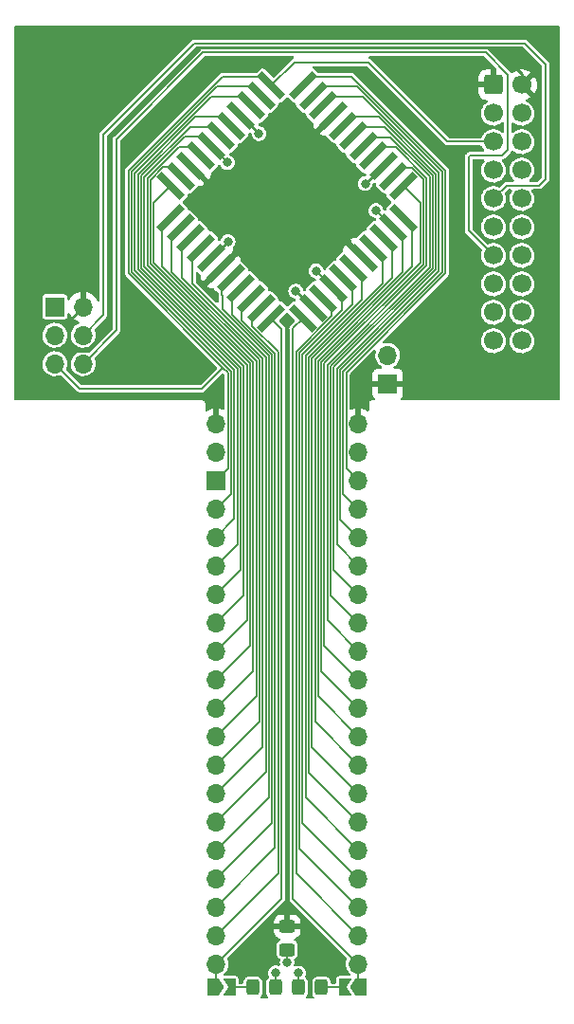
<source format=gbr>
G04 #@! TF.GenerationSoftware,KiCad,Pcbnew,6.0.9+dfsg-1*
G04 #@! TF.CreationDate,2022-12-29T08:22:08+02:00*
G04 #@! TF.ProjectId,ATF1502AS-EVB,41544631-3530-4324-9153-2d4556422e6b,rev?*
G04 #@! TF.SameCoordinates,PX75d6040PY9a0c090*
G04 #@! TF.FileFunction,Copper,L1,Top*
G04 #@! TF.FilePolarity,Positive*
%FSLAX46Y46*%
G04 Gerber Fmt 4.6, Leading zero omitted, Abs format (unit mm)*
G04 Created by KiCad (PCBNEW 6.0.9+dfsg-1) date 2022-12-29 08:22:08*
%MOMM*%
%LPD*%
G01*
G04 APERTURE LIST*
G04 Aperture macros list*
%AMRoundRect*
0 Rectangle with rounded corners*
0 $1 Rounding radius*
0 $2 $3 $4 $5 $6 $7 $8 $9 X,Y pos of 4 corners*
0 Add a 4 corners polygon primitive as box body*
4,1,4,$2,$3,$4,$5,$6,$7,$8,$9,$2,$3,0*
0 Add four circle primitives for the rounded corners*
1,1,$1+$1,$2,$3*
1,1,$1+$1,$4,$5*
1,1,$1+$1,$6,$7*
1,1,$1+$1,$8,$9*
0 Add four rect primitives between the rounded corners*
20,1,$1+$1,$2,$3,$4,$5,0*
20,1,$1+$1,$4,$5,$6,$7,0*
20,1,$1+$1,$6,$7,$8,$9,0*
20,1,$1+$1,$8,$9,$2,$3,0*%
%AMRotRect*
0 Rectangle, with rotation*
0 The origin of the aperture is its center*
0 $1 length*
0 $2 width*
0 $3 Rotation angle, in degrees counterclockwise*
0 Add horizontal line*
21,1,$1,$2,0,0,$3*%
%AMFreePoly0*
4,1,6,1.000000,0.000000,0.500000,-0.750000,-0.500000,-0.750000,-0.500000,0.750000,0.500000,0.750000,1.000000,0.000000,1.000000,0.000000,$1*%
%AMFreePoly1*
4,1,6,0.500000,-0.750000,-0.650000,-0.750000,-0.150000,0.000000,-0.650000,0.750000,0.500000,0.750000,0.500000,-0.750000,0.500000,-0.750000,$1*%
G04 Aperture macros list end*
G04 #@! TA.AperFunction,SMDPad,CuDef*
%ADD10RoundRect,0.250000X0.325000X0.450000X-0.325000X0.450000X-0.325000X-0.450000X0.325000X-0.450000X0*%
G04 #@! TD*
G04 #@! TA.AperFunction,SMDPad,CuDef*
%ADD11RoundRect,0.250000X0.450000X-0.325000X0.450000X0.325000X-0.450000X0.325000X-0.450000X-0.325000X0*%
G04 #@! TD*
G04 #@! TA.AperFunction,SMDPad,CuDef*
%ADD12FreePoly0,0.000000*%
G04 #@! TD*
G04 #@! TA.AperFunction,SMDPad,CuDef*
%ADD13FreePoly1,0.000000*%
G04 #@! TD*
G04 #@! TA.AperFunction,SMDPad,CuDef*
%ADD14FreePoly0,180.000000*%
G04 #@! TD*
G04 #@! TA.AperFunction,SMDPad,CuDef*
%ADD15FreePoly1,180.000000*%
G04 #@! TD*
G04 #@! TA.AperFunction,ComponentPad*
%ADD16R,1.700000X1.700000*%
G04 #@! TD*
G04 #@! TA.AperFunction,ComponentPad*
%ADD17O,1.700000X1.700000*%
G04 #@! TD*
G04 #@! TA.AperFunction,SMDPad,CuDef*
%ADD18RoundRect,0.250000X-0.325000X-0.450000X0.325000X-0.450000X0.325000X0.450000X-0.325000X0.450000X0*%
G04 #@! TD*
G04 #@! TA.AperFunction,ComponentPad*
%ADD19RoundRect,0.250000X-0.600000X-0.600000X0.600000X-0.600000X0.600000X0.600000X-0.600000X0.600000X0*%
G04 #@! TD*
G04 #@! TA.AperFunction,ComponentPad*
%ADD20C,1.700000*%
G04 #@! TD*
G04 #@! TA.AperFunction,SMDPad,CuDef*
%ADD21RotRect,0.700000X2.925000X315.000000*%
G04 #@! TD*
G04 #@! TA.AperFunction,SMDPad,CuDef*
%ADD22RotRect,2.925000X0.700000X315.000000*%
G04 #@! TD*
G04 #@! TA.AperFunction,ViaPad*
%ADD23C,0.800000*%
G04 #@! TD*
G04 #@! TA.AperFunction,Conductor*
%ADD24C,0.250000*%
G04 #@! TD*
G04 #@! TA.AperFunction,Conductor*
%ADD25C,0.140000*%
G04 #@! TD*
G04 APERTURE END LIST*
D10*
X31768333Y9440000D03*
X29718333Y9440000D03*
D11*
X32790000Y12817500D03*
X32790000Y14867500D03*
D12*
X26215000Y9440000D03*
D13*
X27665000Y9440000D03*
D14*
X39365000Y9440000D03*
D15*
X37915000Y9440000D03*
D16*
X12020000Y70220000D03*
D17*
X14560000Y70220000D03*
X12020000Y67680000D03*
X14560000Y67680000D03*
X12020000Y65140000D03*
X14560000Y65140000D03*
D18*
X33811666Y9440000D03*
X35861666Y9440000D03*
D19*
X51227500Y90040000D03*
D20*
X53767500Y90040000D03*
X51227500Y87500000D03*
X53767500Y87500000D03*
X51227500Y84960000D03*
X53767500Y84960000D03*
X51227500Y82420000D03*
X53767500Y82420000D03*
X51227500Y79880000D03*
X53767500Y79880000D03*
X51227500Y77340000D03*
X53767500Y77340000D03*
X51227500Y74800000D03*
X53767500Y74800000D03*
X51227500Y72260000D03*
X53767500Y72260000D03*
X51227500Y69720000D03*
X53767500Y69720000D03*
X51227500Y67180000D03*
X53767500Y67180000D03*
D21*
X38703180Y85493180D03*
X37805155Y86391206D03*
X36907129Y87289232D03*
X36009104Y88187257D03*
X35111078Y89085283D03*
X34213052Y89983309D03*
D22*
X31366948Y89983309D03*
X30468922Y89085283D03*
X29570896Y88187257D03*
X28672871Y87289232D03*
X27774845Y86391206D03*
X26876820Y85493180D03*
X25978794Y84595155D03*
X25080768Y83697129D03*
X24182743Y82799104D03*
X23284717Y81901078D03*
X22386691Y81003052D03*
D21*
X22386691Y78156948D03*
X23284717Y77258922D03*
X24182743Y76360896D03*
X25080768Y75462871D03*
X25978794Y74564845D03*
X26876820Y73666820D03*
X27774845Y72768794D03*
X28672871Y71870768D03*
X29570896Y70972743D03*
X30468922Y70074717D03*
X31366948Y69176691D03*
D22*
X34213052Y69176691D03*
X35111078Y70074717D03*
X36009104Y70972743D03*
X36907129Y71870768D03*
X37805155Y72768794D03*
X38703180Y73666820D03*
X39601206Y74564845D03*
X40499232Y75462871D03*
X41397257Y76360896D03*
X42295283Y77258922D03*
X43193309Y78156948D03*
D21*
X43193309Y81003052D03*
X42295283Y81901078D03*
X41397257Y82799104D03*
X40499232Y83697129D03*
X39601206Y84595155D03*
D16*
X41790000Y63335000D03*
D17*
X41790000Y65875000D03*
X39140000Y59790000D03*
X39140000Y57250000D03*
X39140000Y54710000D03*
X39140000Y52170000D03*
X39140000Y49630000D03*
X39140000Y47090000D03*
X39140000Y44550000D03*
X39140000Y42010000D03*
X39140000Y39470000D03*
X39140000Y36930000D03*
X39140000Y34390000D03*
X39140000Y31850000D03*
X39140000Y29310000D03*
X39140000Y26770000D03*
X39140000Y24230000D03*
X39140000Y21690000D03*
X39140000Y19150000D03*
X39140000Y16610000D03*
X39140000Y14070000D03*
X39140000Y11530000D03*
X26440000Y11530000D03*
X26440000Y14070000D03*
X26440000Y16610000D03*
X26440000Y19150000D03*
X26440000Y21690000D03*
X26440000Y24230000D03*
X26440000Y26770000D03*
X26440000Y29310000D03*
X26440000Y31850000D03*
X26440000Y34390000D03*
X26440000Y36930000D03*
X26440000Y39470000D03*
X26440000Y42010000D03*
X26440000Y44550000D03*
X26440000Y47090000D03*
X26440000Y49630000D03*
X26440000Y52170000D03*
D16*
X26440000Y54710000D03*
D17*
X26440000Y57250000D03*
X26440000Y59790000D03*
D23*
X27510000Y76040000D03*
X39770000Y81220000D03*
X33560000Y71630000D03*
X30280000Y85690000D03*
X55150000Y83630000D03*
X32430000Y71250000D03*
X32800000Y68940000D03*
X38100000Y76090000D03*
X28320000Y75100000D03*
X25740000Y81230000D03*
X35320000Y85710000D03*
X40730000Y78820000D03*
X35390000Y73420000D03*
X27450000Y83100000D03*
X31770000Y10760000D03*
X33810000Y10720000D03*
X32790000Y11700000D03*
D24*
X28680768Y87289232D02*
X30280000Y85690000D01*
X35111078Y70078922D02*
X33560000Y71630000D01*
X28672871Y87289232D02*
X28680768Y87289232D01*
X35111078Y70074717D02*
X35111078Y70078922D01*
X26034845Y74564845D02*
X27510000Y76040000D01*
X41397257Y82799104D02*
X41349104Y82799104D01*
X41349104Y82799104D02*
X39770000Y81220000D01*
X25978794Y74564845D02*
X26034845Y74564845D01*
X26886820Y73666820D02*
X28320000Y75100000D01*
X35320000Y85710000D02*
X35320000Y77850000D01*
X53767500Y90982500D02*
X51410000Y93340000D01*
X55150000Y88657500D02*
X55150000Y83630000D01*
X16900000Y85450000D02*
X16900000Y68400000D01*
X25740000Y79640000D02*
X28650000Y76730000D01*
X28650000Y75430000D02*
X28320000Y75100000D01*
X26876820Y73666820D02*
X26886820Y73666820D01*
X32430000Y71250000D02*
X31040000Y72640000D01*
X36899232Y87289232D02*
X35320000Y85710000D01*
X13260000Y66890000D02*
X13260000Y68920000D01*
X53767500Y90040000D02*
X53767500Y90982500D01*
X34530000Y77740000D02*
X31040000Y74250000D01*
X24182743Y82799104D02*
X24182743Y82787257D01*
X38100000Y76090000D02*
X36450000Y77740000D01*
X39601206Y74564845D02*
X39601206Y74588794D01*
X35320000Y77850000D02*
X35430000Y77740000D01*
X24182743Y82787257D02*
X25740000Y81230000D01*
X31040000Y72640000D02*
X31040000Y74250000D01*
X24790000Y93340000D02*
X16900000Y85450000D01*
X39601206Y74588794D02*
X38100000Y76090000D01*
X28650000Y76730000D02*
X28650000Y75430000D01*
X31040000Y74250000D02*
X29170000Y74250000D01*
X16900000Y68400000D02*
X14810000Y66310000D01*
X29170000Y74250000D02*
X28320000Y75100000D01*
X14810000Y66310000D02*
X13840000Y66310000D01*
X53767500Y90040000D02*
X55150000Y88657500D01*
X25740000Y81230000D02*
X25740000Y79640000D01*
X32800000Y68940000D02*
X32800000Y14877500D01*
X13260000Y68920000D02*
X14560000Y70220000D01*
X13840000Y66310000D02*
X13260000Y66890000D01*
X36907129Y87289232D02*
X36899232Y87289232D01*
X36450000Y77740000D02*
X35430000Y77740000D01*
X32800000Y14877500D02*
X32790000Y14867500D01*
X51410000Y93340000D02*
X24790000Y93340000D01*
X35430000Y77740000D02*
X34530000Y77740000D01*
D25*
X42295283Y76934717D02*
X43080000Y76150000D01*
X49010000Y77017500D02*
X49010000Y83600000D01*
X43080000Y73302487D02*
X35280000Y65502487D01*
X51980000Y83700000D02*
X52530000Y84250000D01*
X42295283Y77258922D02*
X40734205Y78820000D01*
X52530000Y90950000D02*
X50550000Y92930000D01*
X50550000Y92930000D02*
X25280000Y92930000D01*
X40734205Y78820000D02*
X40730000Y78820000D01*
X43080000Y76150000D02*
X43080000Y73302487D01*
X25280000Y92930000D02*
X17550000Y85200000D01*
X42295283Y77258922D02*
X42295283Y76934717D01*
X49110000Y83700000D02*
X51980000Y83700000D01*
X51227500Y74800000D02*
X49010000Y77017500D01*
X35280000Y65502487D02*
X35280000Y33170000D01*
X17550000Y85200000D02*
X17550000Y68130000D01*
X52530000Y84250000D02*
X52530000Y90950000D01*
X17550000Y68130000D02*
X14560000Y65140000D01*
X35280000Y33170000D02*
X39140000Y29310000D01*
X49010000Y83600000D02*
X49110000Y83700000D01*
X40040000Y92050000D02*
X47130000Y84960000D01*
X47130000Y84960000D02*
X51227500Y84960000D01*
X27510000Y64332686D02*
X27510000Y55780000D01*
X33433639Y92050000D02*
X40040000Y92050000D01*
X14250000Y62910000D02*
X25200000Y62910000D01*
X27016508Y90770000D02*
X18620000Y82373492D01*
X18620000Y73222686D02*
X27066343Y64776343D01*
X31366948Y89983309D02*
X30580257Y90770000D01*
X27510000Y55780000D02*
X26440000Y54710000D01*
X30580257Y90770000D02*
X27016508Y90770000D01*
X27066343Y64776343D02*
X27510000Y64332686D01*
X25200000Y62910000D02*
X27066343Y64776343D01*
X31366948Y89983309D02*
X33433639Y92050000D01*
X18620000Y82373492D02*
X18620000Y73222686D01*
X12020000Y65140000D02*
X14250000Y62910000D01*
X51227500Y79880000D02*
X52397500Y81050000D01*
X37700000Y70730000D02*
X37700000Y69902387D01*
X33880000Y21870000D02*
X39140000Y16610000D01*
X52397500Y81050000D02*
X55320000Y81050000D01*
X16360000Y85610000D02*
X16360000Y69480000D01*
X36907129Y71902871D02*
X35390000Y73420000D01*
X55920000Y81650000D02*
X55920000Y91850000D01*
X36907129Y71870768D02*
X36907129Y71902871D01*
X36907129Y71870768D02*
X36907129Y71522871D01*
X16360000Y69480000D02*
X14560000Y67680000D01*
X55920000Y91850000D02*
X54010000Y93760000D01*
X37700000Y69902387D02*
X33880000Y66082387D01*
X54010000Y93760000D02*
X24510000Y93760000D01*
X33880000Y66082387D02*
X33880000Y21870000D01*
X55320000Y81050000D02*
X55920000Y81650000D01*
X36907129Y71522871D02*
X37700000Y70730000D01*
X24510000Y93760000D02*
X16360000Y85610000D01*
X28910000Y64912586D02*
X28910000Y44480000D01*
X23606408Y85380000D02*
X20020000Y81793592D01*
X25978794Y84595155D02*
X25978794Y84571206D01*
X25714845Y84595155D02*
X24930000Y85380000D01*
X24930000Y85380000D02*
X23606408Y85380000D01*
X20020000Y73802586D02*
X28910000Y64912586D01*
X25978794Y84571206D02*
X27450000Y83100000D01*
X25978794Y84595155D02*
X25714845Y84595155D01*
X20020000Y81793592D02*
X20020000Y73802586D01*
X28910000Y44480000D02*
X26440000Y42010000D01*
X30154717Y89085283D02*
X29360000Y89880000D01*
X26522488Y89880000D02*
X18900000Y82257512D01*
X30468922Y89085283D02*
X30154717Y89085283D01*
X18900000Y82257512D02*
X18900000Y73338666D01*
X18900000Y73338666D02*
X27790000Y64448666D01*
X27790000Y53520000D02*
X26440000Y52170000D01*
X27790000Y64448666D02*
X27790000Y53520000D01*
X29360000Y89880000D02*
X26522488Y89880000D01*
X19180000Y73454646D02*
X28070000Y64564646D01*
X28070000Y64564646D02*
X28070000Y51260000D01*
X26028468Y88990000D02*
X19180000Y82141532D01*
X29342743Y88187257D02*
X28540000Y88990000D01*
X19180000Y82141532D02*
X19180000Y73454646D01*
X28070000Y51260000D02*
X26440000Y49630000D01*
X29570896Y88187257D02*
X29342743Y88187257D01*
X28540000Y88990000D02*
X26028468Y88990000D01*
X27774845Y86391206D02*
X27468794Y86391206D01*
X19460000Y73570626D02*
X28350000Y64680626D01*
X19460000Y82025552D02*
X19460000Y73570626D01*
X24604448Y87170000D02*
X19460000Y82025552D01*
X28350000Y64680626D02*
X28350000Y49000000D01*
X28350000Y49000000D02*
X26440000Y47090000D01*
X26690000Y87170000D02*
X24604448Y87170000D01*
X27468794Y86391206D02*
X26690000Y87170000D01*
X28630000Y64796606D02*
X28630000Y46740000D01*
X26090000Y86280000D02*
X24110428Y86280000D01*
X24110428Y86280000D02*
X19740000Y81909572D01*
X28630000Y46740000D02*
X26440000Y44550000D01*
X26876820Y85493180D02*
X26090000Y86280000D01*
X19740000Y81909572D02*
X19740000Y73686606D01*
X19740000Y73686606D02*
X28630000Y64796606D01*
X20300000Y81677613D02*
X20300000Y73918566D01*
X24307897Y84470000D02*
X23092388Y84470000D01*
X29190000Y65028566D02*
X29190000Y42220000D01*
X29190000Y42220000D02*
X26440000Y39470000D01*
X20300000Y73918566D02*
X29190000Y65028566D01*
X25080768Y83697129D02*
X24307897Y84470000D01*
X23092388Y84470000D02*
X20300000Y81677613D01*
X23284717Y81901078D02*
X23098922Y81901078D01*
X22310000Y82690000D02*
X21708367Y82690000D01*
X21708367Y82690000D02*
X20580000Y81561633D01*
X20580000Y81561633D02*
X20580000Y74034546D01*
X29470000Y39960000D02*
X26440000Y36930000D01*
X20580000Y74034546D02*
X29470000Y65144546D01*
X23098922Y81901078D02*
X22310000Y82690000D01*
X29470000Y65144546D02*
X29470000Y39960000D01*
X22386691Y81003052D02*
X20860000Y79476360D01*
X29760000Y37710000D02*
X26440000Y34390000D01*
X20860000Y79476360D02*
X20860000Y74150526D01*
X20860000Y74150526D02*
X29760000Y65250526D01*
X29760000Y65250526D02*
X29760000Y37710000D01*
X21590000Y77360257D02*
X21590000Y73816506D01*
X21590000Y73816506D02*
X30040000Y65366506D01*
X30040000Y65366506D02*
X30040000Y35450000D01*
X30040000Y35450000D02*
X26440000Y31850000D01*
X22386691Y78156948D02*
X21590000Y77360257D01*
X23284717Y77258922D02*
X23284717Y76944717D01*
X22480000Y73322486D02*
X30320000Y65482486D01*
X30320000Y33190000D02*
X26440000Y29310000D01*
X23284717Y76944717D02*
X22480000Y76140000D01*
X22480000Y76140000D02*
X22480000Y73322486D01*
X30320000Y65482486D02*
X30320000Y33190000D01*
X30600000Y65598467D02*
X30600000Y30930000D01*
X24182743Y76142743D02*
X23390000Y75350000D01*
X23390000Y72808466D02*
X30600000Y65598467D01*
X24182743Y76360896D02*
X24182743Y76142743D01*
X23390000Y75350000D02*
X23390000Y72808466D01*
X30600000Y30930000D02*
X26440000Y26770000D01*
X30880000Y28670000D02*
X26440000Y24230000D01*
X25080768Y75462871D02*
X24290000Y74672103D01*
X24290000Y72304447D02*
X30880000Y65714447D01*
X24290000Y74672103D02*
X24290000Y72304447D01*
X30880000Y65714447D02*
X30880000Y28670000D01*
X31160000Y65830427D02*
X31160000Y26410000D01*
X27774845Y72544845D02*
X26980000Y71750000D01*
X31160000Y26410000D02*
X26440000Y21690000D01*
X26990000Y70000427D02*
X31160000Y65830427D01*
X26980000Y71750000D02*
X26980000Y71310000D01*
X27774845Y72768794D02*
X27774845Y72544845D01*
X26980000Y71310000D02*
X26990000Y71300000D01*
X26990000Y71300000D02*
X26990000Y70000427D01*
X28672871Y71870768D02*
X27900000Y71097897D01*
X31440000Y24150000D02*
X26440000Y19150000D01*
X31440000Y65946407D02*
X31440000Y24150000D01*
X27900000Y69486407D02*
X31440000Y65946407D01*
X27900000Y71097897D02*
X27900000Y69486407D01*
X31720000Y21890000D02*
X26440000Y16610000D01*
X28750000Y69032387D02*
X31720000Y66062387D01*
X29570896Y70810896D02*
X28750000Y69990000D01*
X31720000Y66062387D02*
X31720000Y21890000D01*
X29570896Y70972743D02*
X29570896Y70810896D01*
X28750000Y69990000D02*
X28750000Y69032387D01*
X34160000Y65966407D02*
X34160000Y24130000D01*
X34160000Y24130000D02*
X39140000Y19150000D01*
X38600000Y71640000D02*
X38600000Y70406407D01*
X38600000Y70406407D02*
X34160000Y65966407D01*
X37805155Y72768794D02*
X37805155Y72434845D01*
X37805155Y72434845D02*
X38600000Y71640000D01*
X38703180Y73316820D02*
X39490000Y72530000D01*
X34440000Y65850427D02*
X34440000Y26390000D01*
X34440000Y26390000D02*
X39140000Y21690000D01*
X38703180Y73666820D02*
X38703180Y73316820D01*
X39490000Y72530000D02*
X39490000Y70900427D01*
X39490000Y70900427D02*
X34440000Y65850427D01*
X41300000Y74350000D02*
X41300000Y72314447D01*
X40499232Y75150768D02*
X41300000Y74350000D01*
X34720000Y65734447D02*
X34720000Y28650000D01*
X40499232Y75462871D02*
X40499232Y75150768D01*
X41300000Y72314447D02*
X34720000Y65734447D01*
X34720000Y28650000D02*
X39140000Y24230000D01*
X42180000Y72798467D02*
X35000000Y65618467D01*
X41397257Y76002743D02*
X42180000Y75220000D01*
X42180000Y75220000D02*
X42180000Y72798467D01*
X41397257Y76360896D02*
X41397257Y76002743D01*
X35000000Y65618467D02*
X35000000Y30910000D01*
X35000000Y30910000D02*
X39140000Y26770000D01*
X43980000Y73806507D02*
X35560000Y65386507D01*
X43980000Y77010000D02*
X43980000Y73806507D01*
X35560000Y65386507D02*
X35560000Y35430000D01*
X43193309Y78156948D02*
X43193309Y77796691D01*
X43193309Y77796691D02*
X43980000Y77010000D01*
X35560000Y35430000D02*
X39140000Y31850000D01*
X35840000Y37690000D02*
X35840000Y65270527D01*
X39140000Y34390000D02*
X35840000Y37690000D01*
X35840000Y65270527D02*
X44690000Y74120526D01*
X44690000Y79506360D02*
X43193309Y81003052D01*
X44690000Y74120526D02*
X44690000Y79506360D01*
X36120000Y65154547D02*
X36120000Y39950000D01*
X36120000Y39950000D02*
X39140000Y36930000D01*
X43034205Y82640000D02*
X43930000Y82640000D01*
X43930000Y82640000D02*
X44970000Y81600000D01*
X44970000Y81600000D02*
X44970000Y74004546D01*
X42295283Y81901078D02*
X43034205Y82640000D01*
X44970000Y74004546D02*
X36120000Y65154547D01*
X45250000Y81715980D02*
X45250000Y73888566D01*
X41610000Y84480000D02*
X42485980Y84480000D01*
X40499232Y83697129D02*
X40827129Y83697129D01*
X36400000Y42210000D02*
X39140000Y39470000D01*
X36400000Y65038567D02*
X36400000Y42210000D01*
X45250000Y73888566D02*
X36400000Y65038567D01*
X42485980Y84480000D02*
X45250000Y81715980D01*
X40827129Y83697129D02*
X41610000Y84480000D01*
X36680000Y64922587D02*
X36680000Y44470000D01*
X45530000Y81831960D02*
X45530000Y73772586D01*
X39865155Y84595155D02*
X40640000Y85370000D01*
X45530000Y73772586D02*
X36680000Y64922587D01*
X41991960Y85370000D02*
X45530000Y81831960D01*
X39601206Y84595155D02*
X39865155Y84595155D01*
X36680000Y44470000D02*
X39140000Y42010000D01*
X40640000Y85370000D02*
X41991960Y85370000D01*
X38703180Y85493180D02*
X39033180Y85493180D01*
X45810000Y73656607D02*
X36960000Y64806607D01*
X39033180Y85493180D02*
X39820000Y86280000D01*
X45810000Y81947940D02*
X45810000Y73656607D01*
X36960000Y64806607D02*
X36960000Y46730000D01*
X39820000Y86280000D02*
X41477940Y86280000D01*
X36960000Y46730000D02*
X39140000Y44550000D01*
X41477940Y86280000D02*
X45810000Y81947940D01*
X37240000Y64690627D02*
X37240000Y48990000D01*
X37805155Y86391206D02*
X38061206Y86391206D01*
X38850000Y87180000D02*
X40973920Y87180000D01*
X40973920Y87180000D02*
X46090000Y82063920D01*
X38061206Y86391206D02*
X38850000Y87180000D01*
X46090000Y73540627D02*
X37240000Y64690627D01*
X46090000Y82063920D02*
X46090000Y73540627D01*
X37240000Y48990000D02*
X39140000Y47090000D01*
X36287257Y88187257D02*
X37070000Y88970000D01*
X36009104Y88187257D02*
X36287257Y88187257D01*
X37070000Y88970000D02*
X39579900Y88970000D01*
X37520000Y51250000D02*
X39140000Y49630000D01*
X37520000Y64574647D02*
X37520000Y51250000D01*
X46370000Y73424647D02*
X37520000Y64574647D01*
X46370000Y82179900D02*
X46370000Y73424647D01*
X39579900Y88970000D02*
X46370000Y82179900D01*
X46650000Y73308667D02*
X37800000Y64458667D01*
X46650000Y82295880D02*
X46650000Y73308667D01*
X35111078Y89085283D02*
X35895795Y89870000D01*
X39075880Y89870000D02*
X46650000Y82295880D01*
X37800000Y64458667D02*
X37800000Y53510000D01*
X35895795Y89870000D02*
X39075880Y89870000D01*
X37800000Y53510000D02*
X39140000Y52170000D01*
X46930000Y82411860D02*
X46930000Y73192687D01*
X38080000Y55770000D02*
X39140000Y54710000D01*
X34213052Y89983309D02*
X34473309Y89983309D01*
X34473309Y89983309D02*
X35270000Y90780000D01*
X46930000Y73192687D02*
X38080000Y64342687D01*
X35270000Y90780000D02*
X38561860Y90780000D01*
X38561860Y90780000D02*
X46930000Y82411860D01*
X38080000Y64342687D02*
X38080000Y55770000D01*
X27665000Y9440000D02*
X29718333Y9440000D01*
X37915000Y9440000D02*
X35861666Y9440000D01*
X26440000Y9665000D02*
X26215000Y9440000D01*
X32280000Y17370000D02*
X32280000Y68263638D01*
X32280000Y68263638D02*
X31366948Y69176691D01*
X26440000Y11530000D02*
X26440000Y9665000D01*
X26440000Y11530000D02*
X32280000Y17370000D01*
X33320000Y68283639D02*
X33320000Y17350000D01*
X33320000Y17350000D02*
X39140000Y11530000D01*
X34213052Y69176691D02*
X33320000Y68283639D01*
X39140000Y9665000D02*
X39365000Y9440000D01*
X39140000Y11530000D02*
X39140000Y9665000D01*
X30468922Y70074717D02*
X29680000Y69285795D01*
X29680000Y69285795D02*
X29680000Y68498367D01*
X32000000Y66178367D02*
X32000000Y19630000D01*
X29680000Y68498367D02*
X32000000Y66178367D01*
X32000000Y19630000D02*
X26440000Y14070000D01*
X33600000Y66198367D02*
X33600000Y19610000D01*
X36800000Y69398367D02*
X33600000Y66198367D01*
X33600000Y19610000D02*
X39140000Y14070000D01*
X36800000Y69830000D02*
X36800000Y69398367D01*
X36009104Y70620896D02*
X36800000Y69830000D01*
X36009104Y70972743D02*
X36009104Y70620896D01*
X31770000Y10760000D02*
X31770000Y9441667D01*
X31770000Y9441667D02*
X31768333Y9440000D01*
X33811666Y9440000D02*
X33811666Y10718334D01*
X33811666Y10718334D02*
X33810000Y10720000D01*
X32790000Y12817500D02*
X32790000Y11700000D01*
G04 #@! TA.AperFunction,Conductor*
G36*
X32834031Y69684718D02*
G01*
X32879094Y69655757D01*
X33467054Y69067797D01*
X33501080Y69005485D01*
X33496015Y68934670D01*
X33467055Y68889607D01*
X33104453Y68527004D01*
X33096349Y68519578D01*
X33067584Y68495441D01*
X33056037Y68475440D01*
X33048811Y68462925D01*
X33042907Y68453657D01*
X33021366Y68422894D01*
X33018513Y68412245D01*
X33017055Y68409119D01*
X33015877Y68405882D01*
X33010366Y68396337D01*
X33008452Y68385482D01*
X33008450Y68385477D01*
X33003843Y68359352D01*
X33001465Y68348625D01*
X32994600Y68323003D01*
X32991748Y68312357D01*
X32992708Y68301382D01*
X32992708Y68301380D01*
X32995021Y68274943D01*
X32995500Y68263962D01*
X32995500Y17369677D01*
X32995021Y17358696D01*
X32993498Y17341281D01*
X32991748Y17321282D01*
X32994600Y17310639D01*
X32994600Y17310636D01*
X33001465Y17285014D01*
X33003843Y17274287D01*
X33008450Y17248162D01*
X33008452Y17248157D01*
X33010366Y17237302D01*
X33015877Y17227757D01*
X33017055Y17224520D01*
X33018513Y17221394D01*
X33021366Y17210745D01*
X33027690Y17201714D01*
X33042905Y17179985D01*
X33048811Y17170714D01*
X33067584Y17138198D01*
X33076025Y17131115D01*
X33076026Y17131114D01*
X33096355Y17114056D01*
X33104458Y17106630D01*
X38098324Y12112764D01*
X38132350Y12050452D01*
X38127285Y11979637D01*
X38120742Y11965013D01*
X38115203Y11954485D01*
X38055007Y11760622D01*
X38031148Y11559036D01*
X38044424Y11356478D01*
X38045845Y11350882D01*
X38045846Y11350877D01*
X38082602Y11206154D01*
X38094392Y11159731D01*
X38096809Y11154488D01*
X38132176Y11077772D01*
X38179377Y10975384D01*
X38182710Y10970668D01*
X38243987Y10883963D01*
X38296533Y10809611D01*
X38300675Y10805576D01*
X38441938Y10667965D01*
X38440696Y10666690D01*
X38476409Y10615000D01*
X38478779Y10544043D01*
X38442410Y10483069D01*
X38378849Y10451436D01*
X38356765Y10449486D01*
X37415000Y10449486D01*
X37315699Y10429734D01*
X37231516Y10373484D01*
X37175266Y10289301D01*
X37155514Y10190000D01*
X37155514Y9890500D01*
X37135512Y9822379D01*
X37081856Y9775886D01*
X37029514Y9764500D01*
X36817166Y9764500D01*
X36749045Y9784502D01*
X36702552Y9838158D01*
X36691166Y9890500D01*
X36691166Y9937756D01*
X36684464Y9999448D01*
X36633737Y10134764D01*
X36628357Y10141943D01*
X36628355Y10141946D01*
X36552451Y10243224D01*
X36547070Y10250404D01*
X36495170Y10289301D01*
X36438612Y10331689D01*
X36438609Y10331691D01*
X36431430Y10337071D01*
X36315910Y10380377D01*
X36303509Y10385026D01*
X36303507Y10385026D01*
X36296114Y10387798D01*
X36288264Y10388651D01*
X36288263Y10388651D01*
X36237819Y10394131D01*
X36237818Y10394131D01*
X36234422Y10394500D01*
X35488910Y10394500D01*
X35485514Y10394131D01*
X35485513Y10394131D01*
X35435069Y10388651D01*
X35435068Y10388651D01*
X35427218Y10387798D01*
X35419825Y10385026D01*
X35419823Y10385026D01*
X35407422Y10380377D01*
X35291902Y10337071D01*
X35284723Y10331691D01*
X35284720Y10331689D01*
X35228162Y10289301D01*
X35176262Y10250404D01*
X35170881Y10243224D01*
X35094977Y10141946D01*
X35094975Y10141943D01*
X35089595Y10134764D01*
X35038868Y9999448D01*
X35032166Y9937756D01*
X35032166Y8942244D01*
X35038868Y8880552D01*
X35089595Y8745236D01*
X35094975Y8738057D01*
X35094977Y8738054D01*
X35160953Y8650023D01*
X35176262Y8629596D01*
X35175606Y8629104D01*
X35206088Y8573283D01*
X35201023Y8502468D01*
X35158476Y8445632D01*
X35091956Y8420821D01*
X35082967Y8420500D01*
X34590365Y8420500D01*
X34522244Y8440502D01*
X34475751Y8494158D01*
X34465647Y8564432D01*
X34494543Y8627702D01*
X34497070Y8629596D01*
X34512379Y8650023D01*
X34578355Y8738054D01*
X34578357Y8738057D01*
X34583737Y8745236D01*
X34634464Y8880552D01*
X34641166Y8942244D01*
X34641166Y9937756D01*
X34634464Y9999448D01*
X34583737Y10134764D01*
X34578357Y10141943D01*
X34578355Y10141946D01*
X34502451Y10243224D01*
X34497070Y10250404D01*
X34445170Y10289301D01*
X34443553Y10290513D01*
X34401038Y10347372D01*
X34396012Y10418191D01*
X34402211Y10438335D01*
X34444006Y10542302D01*
X34444008Y10542309D01*
X34446842Y10549359D01*
X34454378Y10602314D01*
X34468581Y10702109D01*
X34468581Y10702112D01*
X34469162Y10706193D01*
X34469307Y10720000D01*
X34466203Y10745655D01*
X34451188Y10869727D01*
X34450276Y10877267D01*
X34394280Y11025454D01*
X34381242Y11044424D01*
X34308855Y11149749D01*
X34308854Y11149751D01*
X34304553Y11156008D01*
X34186275Y11261389D01*
X34178889Y11265300D01*
X34096767Y11308781D01*
X34046274Y11335516D01*
X33892633Y11374108D01*
X33885034Y11374148D01*
X33885033Y11374148D01*
X33819181Y11374493D01*
X33734221Y11374938D01*
X33726841Y11373166D01*
X33726839Y11373166D01*
X33587567Y11339730D01*
X33587563Y11339729D01*
X33580184Y11337957D01*
X33575231Y11335400D01*
X33505268Y11330464D01*
X33442989Y11364550D01*
X33409024Y11426895D01*
X33415263Y11500556D01*
X33424007Y11522306D01*
X33424008Y11522308D01*
X33426842Y11529359D01*
X33449162Y11686193D01*
X33449307Y11700000D01*
X33430276Y11857267D01*
X33418965Y11887201D01*
X33413597Y11957993D01*
X33447354Y12020450D01*
X33476322Y12042258D01*
X33476358Y12042278D01*
X33484764Y12045429D01*
X33600404Y12132096D01*
X33615713Y12152523D01*
X33681689Y12240554D01*
X33681691Y12240557D01*
X33687071Y12247736D01*
X33720704Y12337454D01*
X33735026Y12375657D01*
X33735026Y12375659D01*
X33737798Y12383052D01*
X33744500Y12444744D01*
X33744500Y13190256D01*
X33737798Y13251948D01*
X33733282Y13263996D01*
X33690221Y13378860D01*
X33687071Y13387264D01*
X33681691Y13394443D01*
X33681689Y13394446D01*
X33605785Y13495724D01*
X33600404Y13502904D01*
X33484764Y13589571D01*
X33476355Y13592723D01*
X33469126Y13596681D01*
X33418979Y13646938D01*
X33403964Y13716329D01*
X33428848Y13782822D01*
X33489757Y13826726D01*
X33556784Y13849088D01*
X33569962Y13855261D01*
X33707807Y13940563D01*
X33719208Y13949599D01*
X33833739Y14064329D01*
X33842751Y14075740D01*
X33927816Y14213743D01*
X33933963Y14226924D01*
X33985138Y14381210D01*
X33988005Y14394586D01*
X33997672Y14488938D01*
X33998000Y14495354D01*
X33998000Y14595385D01*
X33993525Y14610624D01*
X33992135Y14611829D01*
X33984452Y14613500D01*
X31600116Y14613500D01*
X31584877Y14609025D01*
X31583672Y14607635D01*
X31582001Y14599952D01*
X31582001Y14495405D01*
X31582338Y14488886D01*
X31592257Y14393294D01*
X31595149Y14379900D01*
X31646588Y14225716D01*
X31652761Y14212538D01*
X31738063Y14074693D01*
X31747099Y14063292D01*
X31861829Y13948761D01*
X31873240Y13939749D01*
X32011243Y13854684D01*
X32024426Y13848536D01*
X32090010Y13826783D01*
X32148370Y13786353D01*
X32175607Y13720788D01*
X32163074Y13650907D01*
X32110853Y13596670D01*
X32103643Y13592723D01*
X32095236Y13589571D01*
X31979596Y13502904D01*
X31974215Y13495724D01*
X31898311Y13394446D01*
X31898309Y13394443D01*
X31892929Y13387264D01*
X31889779Y13378860D01*
X31846719Y13263996D01*
X31842202Y13251948D01*
X31835500Y13190256D01*
X31835500Y12444744D01*
X31842202Y12383052D01*
X31844974Y12375659D01*
X31844974Y12375657D01*
X31859296Y12337454D01*
X31892929Y12247736D01*
X31898309Y12240557D01*
X31898311Y12240554D01*
X31964287Y12152523D01*
X31979596Y12132096D01*
X32095236Y12045429D01*
X32103322Y12042398D01*
X32153347Y11992264D01*
X32168363Y11922874D01*
X32160087Y11886230D01*
X32154167Y11871046D01*
X32154166Y11871042D01*
X32151406Y11863963D01*
X32150414Y11856430D01*
X32150414Y11856429D01*
X32137046Y11754885D01*
X32130729Y11706904D01*
X32148113Y11549447D01*
X32150723Y11542315D01*
X32150725Y11542306D01*
X32150783Y11542148D01*
X32150791Y11542025D01*
X32152458Y11534918D01*
X32151273Y11534640D01*
X32155406Y11471302D01*
X32120992Y11409204D01*
X32058468Y11375569D01*
X32001759Y11376650D01*
X31872157Y11409204D01*
X31852633Y11414108D01*
X31845034Y11414148D01*
X31845033Y11414148D01*
X31779181Y11414493D01*
X31694221Y11414938D01*
X31686841Y11413166D01*
X31686839Y11413166D01*
X31547563Y11379729D01*
X31547560Y11379728D01*
X31540184Y11377957D01*
X31399414Y11305300D01*
X31280039Y11201162D01*
X31188950Y11071556D01*
X31173416Y11031712D01*
X31134421Y10931695D01*
X31131406Y10923963D01*
X31130414Y10916430D01*
X31130414Y10916429D01*
X31116973Y10814331D01*
X31110729Y10766904D01*
X31128113Y10609447D01*
X31130723Y10602316D01*
X31130723Y10602314D01*
X31174360Y10483069D01*
X31182553Y10460681D01*
X31185373Y10456485D01*
X31198275Y10387771D01*
X31171572Y10321987D01*
X31148475Y10299528D01*
X31082929Y10250404D01*
X31077548Y10243224D01*
X31001644Y10141946D01*
X31001642Y10141943D01*
X30996262Y10134764D01*
X30945535Y9999448D01*
X30938833Y9937756D01*
X30938833Y8942244D01*
X30945535Y8880552D01*
X30996262Y8745236D01*
X31001642Y8738057D01*
X31001644Y8738054D01*
X31067620Y8650023D01*
X31082929Y8629596D01*
X31082273Y8629104D01*
X31112755Y8573283D01*
X31107690Y8502468D01*
X31065143Y8445632D01*
X30998623Y8420821D01*
X30989634Y8420500D01*
X30497032Y8420500D01*
X30428911Y8440502D01*
X30382418Y8494158D01*
X30372314Y8564432D01*
X30401210Y8627702D01*
X30403737Y8629596D01*
X30419046Y8650023D01*
X30485022Y8738054D01*
X30485024Y8738057D01*
X30490404Y8745236D01*
X30541131Y8880552D01*
X30547833Y8942244D01*
X30547833Y9937756D01*
X30541131Y9999448D01*
X30490404Y10134764D01*
X30485024Y10141943D01*
X30485022Y10141946D01*
X30409118Y10243224D01*
X30403737Y10250404D01*
X30351837Y10289301D01*
X30295279Y10331689D01*
X30295276Y10331691D01*
X30288097Y10337071D01*
X30172577Y10380377D01*
X30160176Y10385026D01*
X30160174Y10385026D01*
X30152781Y10387798D01*
X30144931Y10388651D01*
X30144930Y10388651D01*
X30094486Y10394131D01*
X30094485Y10394131D01*
X30091089Y10394500D01*
X29345577Y10394500D01*
X29342181Y10394131D01*
X29342180Y10394131D01*
X29291736Y10388651D01*
X29291735Y10388651D01*
X29283885Y10387798D01*
X29276492Y10385026D01*
X29276490Y10385026D01*
X29264089Y10380377D01*
X29148569Y10337071D01*
X29141390Y10331691D01*
X29141387Y10331689D01*
X29084829Y10289301D01*
X29032929Y10250404D01*
X29027548Y10243224D01*
X28951644Y10141946D01*
X28951642Y10141943D01*
X28946262Y10134764D01*
X28895535Y9999448D01*
X28888833Y9937756D01*
X28888833Y9890500D01*
X28868831Y9822379D01*
X28815175Y9775886D01*
X28762833Y9764500D01*
X28550486Y9764500D01*
X28482365Y9784502D01*
X28435872Y9838158D01*
X28424486Y9890500D01*
X28424486Y10190000D01*
X28404734Y10289301D01*
X28348484Y10373484D01*
X28264301Y10429734D01*
X28165000Y10449486D01*
X27216788Y10449486D01*
X27148667Y10469488D01*
X27102174Y10523144D01*
X27092070Y10593418D01*
X27121564Y10657998D01*
X27136218Y10672360D01*
X27198438Y10724108D01*
X27224345Y10745655D01*
X27281463Y10814331D01*
X27350453Y10897282D01*
X27350455Y10897285D01*
X27354147Y10901724D01*
X27423439Y11025454D01*
X27450510Y11073792D01*
X27450511Y11073794D01*
X27453334Y11078835D01*
X27455190Y11084302D01*
X27455192Y11084307D01*
X27516728Y11265586D01*
X27516729Y11265591D01*
X27518584Y11271055D01*
X27519412Y11276764D01*
X27519413Y11276769D01*
X27539326Y11414108D01*
X27547712Y11471947D01*
X27549232Y11530000D01*
X27533671Y11699354D01*
X27531187Y11726387D01*
X27531186Y11726390D01*
X27530658Y11732141D01*
X27529090Y11737701D01*
X27477125Y11921954D01*
X27477124Y11921956D01*
X27475557Y11927513D01*
X27456328Y11966506D01*
X27444140Y12036449D01*
X27471700Y12101878D01*
X27480240Y12111328D01*
X29959365Y14590452D01*
X30508528Y15139615D01*
X31582000Y15139615D01*
X31586475Y15124376D01*
X31587865Y15123171D01*
X31595548Y15121500D01*
X32517885Y15121500D01*
X32533124Y15125975D01*
X32534329Y15127365D01*
X32536000Y15135048D01*
X32536000Y15139615D01*
X33044000Y15139615D01*
X33048475Y15124376D01*
X33049865Y15123171D01*
X33057548Y15121500D01*
X33979884Y15121500D01*
X33995123Y15125975D01*
X33996328Y15127365D01*
X33997999Y15135048D01*
X33997999Y15239595D01*
X33997662Y15246114D01*
X33987743Y15341706D01*
X33984851Y15355100D01*
X33933412Y15509284D01*
X33927239Y15522462D01*
X33841937Y15660307D01*
X33832901Y15671708D01*
X33718171Y15786239D01*
X33706760Y15795251D01*
X33568757Y15880316D01*
X33555576Y15886463D01*
X33401290Y15937638D01*
X33387914Y15940505D01*
X33293562Y15950172D01*
X33287145Y15950500D01*
X33062115Y15950500D01*
X33046876Y15946025D01*
X33045671Y15944635D01*
X33044000Y15936952D01*
X33044000Y15139615D01*
X32536000Y15139615D01*
X32536000Y15932384D01*
X32531525Y15947623D01*
X32530135Y15948828D01*
X32522452Y15950499D01*
X32292905Y15950499D01*
X32286386Y15950162D01*
X32190794Y15940243D01*
X32177400Y15937351D01*
X32023216Y15885912D01*
X32010038Y15879739D01*
X31872193Y15794437D01*
X31860792Y15785401D01*
X31746261Y15670671D01*
X31737249Y15659260D01*
X31652184Y15521257D01*
X31646037Y15508076D01*
X31594862Y15353790D01*
X31591995Y15340414D01*
X31582328Y15246062D01*
X31582000Y15239645D01*
X31582000Y15139615D01*
X30508528Y15139615D01*
X32495548Y17126635D01*
X32503651Y17134061D01*
X32508581Y17138198D01*
X32532416Y17158198D01*
X32551197Y17190727D01*
X32557085Y17199970D01*
X32578634Y17230745D01*
X32581487Y17241394D01*
X32582940Y17244510D01*
X32584120Y17247752D01*
X32589634Y17257302D01*
X32596155Y17294284D01*
X32598534Y17305015D01*
X32602893Y17321282D01*
X32608252Y17341281D01*
X32605430Y17373545D01*
X32604979Y17378695D01*
X32604500Y17389676D01*
X32604500Y68243964D01*
X32604979Y68254946D01*
X32607292Y68281380D01*
X32607292Y68281382D01*
X32608252Y68292356D01*
X32601756Y68316602D01*
X32598535Y68328624D01*
X32596157Y68339351D01*
X32591550Y68365476D01*
X32591548Y68365481D01*
X32589634Y68376336D01*
X32584123Y68385881D01*
X32582945Y68389118D01*
X32581487Y68392244D01*
X32578634Y68402893D01*
X32557093Y68433656D01*
X32551189Y68442924D01*
X32544994Y68453654D01*
X32532416Y68475440D01*
X32503651Y68499577D01*
X32495548Y68507003D01*
X32112944Y68889607D01*
X32078918Y68951919D01*
X32083983Y69022734D01*
X32112944Y69067797D01*
X32700904Y69655757D01*
X32763216Y69689783D01*
X32834031Y69684718D01*
G37*
G04 #@! TD.AperFunction*
G04 #@! TA.AperFunction,Conductor*
G36*
X57101621Y95329498D02*
G01*
X57148114Y95275842D01*
X57159500Y95223500D01*
X57159500Y61994500D01*
X57139498Y61926379D01*
X57085842Y61879886D01*
X57033500Y61868500D01*
X43042750Y61868500D01*
X42974629Y61888502D01*
X42928136Y61942158D01*
X42918032Y62012432D01*
X42947526Y62077012D01*
X42967185Y62095326D01*
X42995723Y62116714D01*
X43008285Y62129276D01*
X43084786Y62231351D01*
X43093324Y62246946D01*
X43138478Y62367394D01*
X43142105Y62382649D01*
X43147631Y62433514D01*
X43148000Y62440328D01*
X43148000Y63062885D01*
X43143525Y63078124D01*
X43142135Y63079329D01*
X43134452Y63081000D01*
X40450116Y63081000D01*
X40434877Y63076525D01*
X40433672Y63075135D01*
X40432001Y63067452D01*
X40432001Y62440331D01*
X40432371Y62433510D01*
X40437895Y62382648D01*
X40441521Y62367396D01*
X40486676Y62246946D01*
X40495214Y62231351D01*
X40571715Y62129276D01*
X40584277Y62116714D01*
X40612815Y62095326D01*
X40655330Y62038467D01*
X40660356Y61967648D01*
X40626296Y61905355D01*
X40563965Y61871365D01*
X40537250Y61868500D01*
X40462374Y61868500D01*
X40450817Y61869065D01*
X40439832Y61872246D01*
X40402006Y61868970D01*
X40391134Y61868500D01*
X40382052Y61868500D01*
X40376351Y61867438D01*
X40376349Y61867438D01*
X40375479Y61867276D01*
X40363280Y61865616D01*
X40339895Y61863591D01*
X40339894Y61863591D01*
X40328304Y61862587D01*
X40317855Y61857480D01*
X40314567Y61856568D01*
X40311383Y61855339D01*
X40299947Y61853209D01*
X40280316Y61841108D01*
X40270048Y61834779D01*
X40259265Y61828840D01*
X40227731Y61813425D01*
X40219822Y61804899D01*
X40217084Y61802866D01*
X40214554Y61800572D01*
X40204652Y61794468D01*
X40197613Y61785212D01*
X40197608Y61785207D01*
X40183393Y61766513D01*
X40175474Y61757092D01*
X40151599Y61731354D01*
X40147290Y61720553D01*
X40145471Y61717676D01*
X40143934Y61714619D01*
X40136892Y61705359D01*
X40133656Y61694183D01*
X40127126Y61671633D01*
X40123129Y61659992D01*
X40110117Y61627378D01*
X40109500Y61621085D01*
X40109500Y61618003D01*
X40109350Y61614933D01*
X40109234Y61614939D01*
X40108935Y61608817D01*
X40105754Y61597832D01*
X40106758Y61586241D01*
X40109030Y61560006D01*
X40109500Y61549134D01*
X40109500Y61014920D01*
X40089498Y60946799D01*
X40035842Y60900306D01*
X39965568Y60890202D01*
X39905411Y60916036D01*
X39898144Y60921775D01*
X39889552Y60927483D01*
X39703117Y61030401D01*
X39693705Y61034631D01*
X39492959Y61105720D01*
X39482988Y61108354D01*
X39411837Y61121028D01*
X39398540Y61119568D01*
X39394000Y61105011D01*
X39394000Y59662000D01*
X39373998Y59593879D01*
X39320342Y59547386D01*
X39268000Y59536000D01*
X39012000Y59536000D01*
X38943879Y59556002D01*
X38897386Y59609658D01*
X38886000Y59662000D01*
X38886000Y61106898D01*
X38882082Y61120242D01*
X38867806Y61122229D01*
X38829324Y61116340D01*
X38819288Y61113949D01*
X38616868Y61047788D01*
X38607370Y61043796D01*
X38588682Y61034067D01*
X38519022Y61020354D01*
X38453007Y61046478D01*
X38411595Y61104146D01*
X38404500Y61145830D01*
X38404500Y64156085D01*
X38424502Y64224206D01*
X38441405Y64245180D01*
X40525875Y66329650D01*
X40588187Y66363676D01*
X40659002Y66358611D01*
X40715838Y66316064D01*
X40740649Y66249544D01*
X40735303Y66203191D01*
X40705007Y66105622D01*
X40681148Y65904036D01*
X40694424Y65701478D01*
X40695845Y65695882D01*
X40695846Y65695877D01*
X40734751Y65542693D01*
X40744392Y65504731D01*
X40746809Y65499488D01*
X40784010Y65418792D01*
X40829377Y65320384D01*
X40946533Y65154611D01*
X41091938Y65012965D01*
X41096742Y65009755D01*
X41225436Y64923764D01*
X41270964Y64869287D01*
X41279812Y64798844D01*
X41249170Y64734800D01*
X41188768Y64697488D01*
X41155434Y64692999D01*
X40895331Y64692999D01*
X40888510Y64692629D01*
X40837648Y64687105D01*
X40822396Y64683479D01*
X40701946Y64638324D01*
X40686351Y64629786D01*
X40584276Y64553285D01*
X40571715Y64540724D01*
X40495214Y64438649D01*
X40486676Y64423054D01*
X40441522Y64302606D01*
X40437895Y64287351D01*
X40432369Y64236486D01*
X40432000Y64229672D01*
X40432000Y63607115D01*
X40436475Y63591876D01*
X40437865Y63590671D01*
X40445548Y63589000D01*
X43129884Y63589000D01*
X43145123Y63593475D01*
X43146328Y63594865D01*
X43147999Y63602548D01*
X43147999Y64229669D01*
X43147629Y64236490D01*
X43142105Y64287352D01*
X43138479Y64302604D01*
X43093324Y64423054D01*
X43084786Y64438649D01*
X43008285Y64540724D01*
X42995724Y64553285D01*
X42893649Y64629786D01*
X42878054Y64638324D01*
X42757606Y64683478D01*
X42742351Y64687105D01*
X42691486Y64692631D01*
X42684672Y64693000D01*
X42422846Y64693000D01*
X42354725Y64713002D01*
X42308232Y64766658D01*
X42298128Y64836932D01*
X42327622Y64901512D01*
X42361275Y64928931D01*
X42418276Y64960853D01*
X42425040Y64966478D01*
X42569913Y65086969D01*
X42574345Y65090655D01*
X42598172Y65119304D01*
X42700453Y65242282D01*
X42700455Y65242285D01*
X42704147Y65246724D01*
X42803334Y65423835D01*
X42805190Y65429302D01*
X42805192Y65429307D01*
X42866728Y65610586D01*
X42866729Y65610591D01*
X42868584Y65616055D01*
X42869412Y65621764D01*
X42869413Y65621769D01*
X42897179Y65813273D01*
X42897712Y65816947D01*
X42899232Y65875000D01*
X42880658Y66077141D01*
X42879090Y66082701D01*
X42827125Y66266954D01*
X42827124Y66266956D01*
X42825557Y66272513D01*
X42804081Y66316064D01*
X42738331Y66449391D01*
X42735776Y66454572D01*
X42614320Y66617221D01*
X42465258Y66755013D01*
X42460375Y66758094D01*
X42460371Y66758097D01*
X42298464Y66860252D01*
X42293581Y66863333D01*
X42105039Y66938554D01*
X42099379Y66939680D01*
X42099375Y66939681D01*
X41911613Y66977029D01*
X41911610Y66977029D01*
X41905946Y66978156D01*
X41900171Y66978232D01*
X41900167Y66978232D01*
X41798793Y66979559D01*
X41702971Y66980813D01*
X41697274Y66979834D01*
X41697273Y66979834D01*
X41607052Y66964331D01*
X41502910Y66946436D01*
X41470844Y66934606D01*
X41400011Y66929794D01*
X41337821Y66964041D01*
X41304018Y67026474D01*
X41309335Y67097271D01*
X41338138Y67141913D01*
X41405261Y67209036D01*
X50118648Y67209036D01*
X50131924Y67006478D01*
X50133345Y67000882D01*
X50133346Y67000877D01*
X50179801Y66817965D01*
X50181892Y66809731D01*
X50184309Y66804488D01*
X50221510Y66723792D01*
X50266877Y66625384D01*
X50270210Y66620668D01*
X50370238Y66479131D01*
X50384033Y66459611D01*
X50529438Y66317965D01*
X50698220Y66205188D01*
X50703523Y66202910D01*
X50703526Y66202908D01*
X50847212Y66141176D01*
X50884728Y66125058D01*
X50957744Y66108536D01*
X51077079Y66081533D01*
X51077084Y66081532D01*
X51082716Y66080258D01*
X51088487Y66080031D01*
X51088489Y66080031D01*
X51148256Y66077683D01*
X51285553Y66072288D01*
X51385999Y66086852D01*
X51480731Y66100587D01*
X51480736Y66100588D01*
X51486445Y66101416D01*
X51491909Y66103271D01*
X51491914Y66103272D01*
X51673193Y66164808D01*
X51673198Y66164810D01*
X51678665Y66166666D01*
X51701861Y66179656D01*
X51755034Y66209435D01*
X51855776Y66265853D01*
X51918434Y66317965D01*
X52007413Y66391969D01*
X52011845Y66395655D01*
X52141647Y66551724D01*
X52240834Y66728835D01*
X52242690Y66734302D01*
X52242692Y66734307D01*
X52304228Y66915586D01*
X52304229Y66915591D01*
X52306084Y66921055D01*
X52306912Y66926764D01*
X52306913Y66926769D01*
X52334679Y67118273D01*
X52335212Y67121947D01*
X52336732Y67180000D01*
X52334064Y67209036D01*
X52658648Y67209036D01*
X52671924Y67006478D01*
X52673345Y67000882D01*
X52673346Y67000877D01*
X52719801Y66817965D01*
X52721892Y66809731D01*
X52724309Y66804488D01*
X52761510Y66723792D01*
X52806877Y66625384D01*
X52810210Y66620668D01*
X52910238Y66479131D01*
X52924033Y66459611D01*
X53069438Y66317965D01*
X53238220Y66205188D01*
X53243523Y66202910D01*
X53243526Y66202908D01*
X53387212Y66141176D01*
X53424728Y66125058D01*
X53497744Y66108536D01*
X53617079Y66081533D01*
X53617084Y66081532D01*
X53622716Y66080258D01*
X53628487Y66080031D01*
X53628489Y66080031D01*
X53688256Y66077683D01*
X53825553Y66072288D01*
X53925999Y66086852D01*
X54020731Y66100587D01*
X54020736Y66100588D01*
X54026445Y66101416D01*
X54031909Y66103271D01*
X54031914Y66103272D01*
X54213193Y66164808D01*
X54213198Y66164810D01*
X54218665Y66166666D01*
X54241861Y66179656D01*
X54295034Y66209435D01*
X54395776Y66265853D01*
X54458434Y66317965D01*
X54547413Y66391969D01*
X54551845Y66395655D01*
X54681647Y66551724D01*
X54780834Y66728835D01*
X54782690Y66734302D01*
X54782692Y66734307D01*
X54844228Y66915586D01*
X54844229Y66915591D01*
X54846084Y66921055D01*
X54846912Y66926764D01*
X54846913Y66926769D01*
X54874679Y67118273D01*
X54875212Y67121947D01*
X54876732Y67180000D01*
X54865293Y67304488D01*
X54858687Y67376387D01*
X54858686Y67376390D01*
X54858158Y67382141D01*
X54856590Y67387701D01*
X54804625Y67571954D01*
X54804624Y67571956D01*
X54803057Y67577513D01*
X54792478Y67598967D01*
X54715831Y67754391D01*
X54713276Y67759572D01*
X54591820Y67922221D01*
X54442758Y68060013D01*
X54437875Y68063094D01*
X54437871Y68063097D01*
X54275964Y68165252D01*
X54271081Y68168333D01*
X54082539Y68243554D01*
X54076879Y68244680D01*
X54076875Y68244681D01*
X53889113Y68282029D01*
X53889110Y68282029D01*
X53883446Y68283156D01*
X53877671Y68283232D01*
X53877667Y68283232D01*
X53776293Y68284559D01*
X53680471Y68285813D01*
X53674774Y68284834D01*
X53674773Y68284834D01*
X53497607Y68254391D01*
X53480410Y68251436D01*
X53289963Y68181176D01*
X53115510Y68077388D01*
X53111170Y68073582D01*
X53111166Y68073579D01*
X53016714Y67990746D01*
X52962892Y67943545D01*
X52837220Y67784131D01*
X52834531Y67779020D01*
X52834529Y67779017D01*
X52821573Y67754391D01*
X52742703Y67604485D01*
X52734328Y67577513D01*
X52685747Y67421055D01*
X52682507Y67410622D01*
X52658648Y67209036D01*
X52334064Y67209036D01*
X52325293Y67304488D01*
X52318687Y67376387D01*
X52318686Y67376390D01*
X52318158Y67382141D01*
X52316590Y67387701D01*
X52264625Y67571954D01*
X52264624Y67571956D01*
X52263057Y67577513D01*
X52252478Y67598967D01*
X52175831Y67754391D01*
X52173276Y67759572D01*
X52051820Y67922221D01*
X51902758Y68060013D01*
X51897875Y68063094D01*
X51897871Y68063097D01*
X51735964Y68165252D01*
X51731081Y68168333D01*
X51542539Y68243554D01*
X51536879Y68244680D01*
X51536875Y68244681D01*
X51349113Y68282029D01*
X51349110Y68282029D01*
X51343446Y68283156D01*
X51337671Y68283232D01*
X51337667Y68283232D01*
X51236293Y68284559D01*
X51140471Y68285813D01*
X51134774Y68284834D01*
X51134773Y68284834D01*
X50957607Y68254391D01*
X50940410Y68251436D01*
X50749963Y68181176D01*
X50575510Y68077388D01*
X50571170Y68073582D01*
X50571166Y68073579D01*
X50476714Y67990746D01*
X50422892Y67943545D01*
X50297220Y67784131D01*
X50294531Y67779020D01*
X50294529Y67779017D01*
X50281573Y67754391D01*
X50202703Y67604485D01*
X50194328Y67577513D01*
X50145747Y67421055D01*
X50142507Y67410622D01*
X50118648Y67209036D01*
X41405261Y67209036D01*
X43945261Y69749036D01*
X50118648Y69749036D01*
X50131924Y69546478D01*
X50133345Y69540882D01*
X50133346Y69540877D01*
X50166255Y69411301D01*
X50181892Y69349731D01*
X50184309Y69344488D01*
X50219479Y69268198D01*
X50266877Y69165384D01*
X50270210Y69160668D01*
X50379882Y69005485D01*
X50384033Y68999611D01*
X50529438Y68857965D01*
X50698220Y68745188D01*
X50703523Y68742910D01*
X50703526Y68742908D01*
X50847212Y68681176D01*
X50884728Y68665058D01*
X50914431Y68658337D01*
X51077079Y68621533D01*
X51077084Y68621532D01*
X51082716Y68620258D01*
X51088487Y68620031D01*
X51088489Y68620031D01*
X51148256Y68617683D01*
X51285553Y68612288D01*
X51385999Y68626852D01*
X51480731Y68640587D01*
X51480736Y68640588D01*
X51486445Y68641416D01*
X51491909Y68643271D01*
X51491914Y68643272D01*
X51673193Y68704808D01*
X51673198Y68704810D01*
X51678665Y68706666D01*
X51855776Y68805853D01*
X51918434Y68857965D01*
X52007413Y68931969D01*
X52011845Y68935655D01*
X52141647Y69091724D01*
X52222802Y69236636D01*
X52238010Y69263792D01*
X52238011Y69263794D01*
X52240834Y69268835D01*
X52242690Y69274302D01*
X52242692Y69274307D01*
X52304228Y69455586D01*
X52304229Y69455591D01*
X52306084Y69461055D01*
X52306912Y69466764D01*
X52306913Y69466769D01*
X52334679Y69658273D01*
X52335212Y69661947D01*
X52336732Y69720000D01*
X52334064Y69749036D01*
X52658648Y69749036D01*
X52671924Y69546478D01*
X52673345Y69540882D01*
X52673346Y69540877D01*
X52706255Y69411301D01*
X52721892Y69349731D01*
X52724309Y69344488D01*
X52759479Y69268198D01*
X52806877Y69165384D01*
X52810210Y69160668D01*
X52919882Y69005485D01*
X52924033Y68999611D01*
X53069438Y68857965D01*
X53238220Y68745188D01*
X53243523Y68742910D01*
X53243526Y68742908D01*
X53387212Y68681176D01*
X53424728Y68665058D01*
X53454431Y68658337D01*
X53617079Y68621533D01*
X53617084Y68621532D01*
X53622716Y68620258D01*
X53628487Y68620031D01*
X53628489Y68620031D01*
X53688256Y68617683D01*
X53825553Y68612288D01*
X53925999Y68626852D01*
X54020731Y68640587D01*
X54020736Y68640588D01*
X54026445Y68641416D01*
X54031909Y68643271D01*
X54031914Y68643272D01*
X54213193Y68704808D01*
X54213198Y68704810D01*
X54218665Y68706666D01*
X54395776Y68805853D01*
X54458434Y68857965D01*
X54547413Y68931969D01*
X54551845Y68935655D01*
X54681647Y69091724D01*
X54762802Y69236636D01*
X54778010Y69263792D01*
X54778011Y69263794D01*
X54780834Y69268835D01*
X54782690Y69274302D01*
X54782692Y69274307D01*
X54844228Y69455586D01*
X54844229Y69455591D01*
X54846084Y69461055D01*
X54846912Y69466764D01*
X54846913Y69466769D01*
X54874679Y69658273D01*
X54875212Y69661947D01*
X54876732Y69720000D01*
X54862596Y69873839D01*
X54858687Y69916387D01*
X54858686Y69916390D01*
X54858158Y69922141D01*
X54856590Y69927701D01*
X54804625Y70111954D01*
X54804624Y70111956D01*
X54803057Y70117513D01*
X54792478Y70138967D01*
X54715831Y70294391D01*
X54713276Y70299572D01*
X54591820Y70462221D01*
X54442758Y70600013D01*
X54437875Y70603094D01*
X54437871Y70603097D01*
X54275964Y70705252D01*
X54271081Y70708333D01*
X54082539Y70783554D01*
X54076879Y70784680D01*
X54076875Y70784681D01*
X53889113Y70822029D01*
X53889110Y70822029D01*
X53883446Y70823156D01*
X53877671Y70823232D01*
X53877667Y70823232D01*
X53776293Y70824559D01*
X53680471Y70825813D01*
X53674774Y70824834D01*
X53674773Y70824834D01*
X53494400Y70793840D01*
X53480410Y70791436D01*
X53289963Y70721176D01*
X53285002Y70718224D01*
X53285001Y70718224D01*
X53277000Y70713464D01*
X53115510Y70617388D01*
X53111170Y70613582D01*
X53111166Y70613579D01*
X52967680Y70487744D01*
X52962892Y70483545D01*
X52837220Y70324131D01*
X52834531Y70319020D01*
X52834529Y70319017D01*
X52793997Y70241978D01*
X52742703Y70144485D01*
X52682507Y69950622D01*
X52658648Y69749036D01*
X52334064Y69749036D01*
X52322596Y69873839D01*
X52318687Y69916387D01*
X52318686Y69916390D01*
X52318158Y69922141D01*
X52316590Y69927701D01*
X52264625Y70111954D01*
X52264624Y70111956D01*
X52263057Y70117513D01*
X52252478Y70138967D01*
X52175831Y70294391D01*
X52173276Y70299572D01*
X52051820Y70462221D01*
X51902758Y70600013D01*
X51897875Y70603094D01*
X51897871Y70603097D01*
X51735964Y70705252D01*
X51731081Y70708333D01*
X51542539Y70783554D01*
X51536879Y70784680D01*
X51536875Y70784681D01*
X51349113Y70822029D01*
X51349110Y70822029D01*
X51343446Y70823156D01*
X51337671Y70823232D01*
X51337667Y70823232D01*
X51236293Y70824559D01*
X51140471Y70825813D01*
X51134774Y70824834D01*
X51134773Y70824834D01*
X50954400Y70793840D01*
X50940410Y70791436D01*
X50749963Y70721176D01*
X50745002Y70718224D01*
X50745001Y70718224D01*
X50737000Y70713464D01*
X50575510Y70617388D01*
X50571170Y70613582D01*
X50571166Y70613579D01*
X50427680Y70487744D01*
X50422892Y70483545D01*
X50297220Y70324131D01*
X50294531Y70319020D01*
X50294529Y70319017D01*
X50253997Y70241978D01*
X50202703Y70144485D01*
X50142507Y69950622D01*
X50118648Y69749036D01*
X43945261Y69749036D01*
X46485261Y72289036D01*
X50118648Y72289036D01*
X50131924Y72086478D01*
X50133345Y72080882D01*
X50133346Y72080877D01*
X50158423Y71982138D01*
X50181892Y71889731D01*
X50184309Y71884488D01*
X50221510Y71803792D01*
X50266877Y71705384D01*
X50270210Y71700668D01*
X50376935Y71549655D01*
X50384033Y71539611D01*
X50529438Y71397965D01*
X50534242Y71394755D01*
X50590023Y71357483D01*
X50698220Y71285188D01*
X50703523Y71282910D01*
X50703526Y71282908D01*
X50866801Y71212760D01*
X50884728Y71205058D01*
X50957744Y71188536D01*
X51077079Y71161533D01*
X51077084Y71161532D01*
X51082716Y71160258D01*
X51088487Y71160031D01*
X51088489Y71160031D01*
X51148256Y71157683D01*
X51285553Y71152288D01*
X51385999Y71166852D01*
X51480731Y71180587D01*
X51480736Y71180588D01*
X51486445Y71181416D01*
X51491909Y71183271D01*
X51491914Y71183272D01*
X51673193Y71244808D01*
X51673198Y71244810D01*
X51678665Y71246666D01*
X51690840Y71253484D01*
X51795604Y71312155D01*
X51855776Y71345853D01*
X51869527Y71357289D01*
X52007413Y71471969D01*
X52011845Y71475655D01*
X52068963Y71544331D01*
X52137953Y71627282D01*
X52137955Y71627285D01*
X52141647Y71631724D01*
X52201956Y71739413D01*
X52238010Y71803792D01*
X52238011Y71803794D01*
X52240834Y71808835D01*
X52242690Y71814302D01*
X52242692Y71814307D01*
X52304228Y71995586D01*
X52304229Y71995591D01*
X52306084Y72001055D01*
X52306912Y72006764D01*
X52306913Y72006769D01*
X52326864Y72144371D01*
X52335212Y72201947D01*
X52336732Y72260000D01*
X52334064Y72289036D01*
X52658648Y72289036D01*
X52671924Y72086478D01*
X52673345Y72080882D01*
X52673346Y72080877D01*
X52698423Y71982138D01*
X52721892Y71889731D01*
X52724309Y71884488D01*
X52761510Y71803792D01*
X52806877Y71705384D01*
X52810210Y71700668D01*
X52916935Y71549655D01*
X52924033Y71539611D01*
X53069438Y71397965D01*
X53074242Y71394755D01*
X53130023Y71357483D01*
X53238220Y71285188D01*
X53243523Y71282910D01*
X53243526Y71282908D01*
X53406801Y71212760D01*
X53424728Y71205058D01*
X53497744Y71188536D01*
X53617079Y71161533D01*
X53617084Y71161532D01*
X53622716Y71160258D01*
X53628487Y71160031D01*
X53628489Y71160031D01*
X53688256Y71157683D01*
X53825553Y71152288D01*
X53925999Y71166852D01*
X54020731Y71180587D01*
X54020736Y71180588D01*
X54026445Y71181416D01*
X54031909Y71183271D01*
X54031914Y71183272D01*
X54213193Y71244808D01*
X54213198Y71244810D01*
X54218665Y71246666D01*
X54230840Y71253484D01*
X54335604Y71312155D01*
X54395776Y71345853D01*
X54409527Y71357289D01*
X54547413Y71471969D01*
X54551845Y71475655D01*
X54608963Y71544331D01*
X54677953Y71627282D01*
X54677955Y71627285D01*
X54681647Y71631724D01*
X54741956Y71739413D01*
X54778010Y71803792D01*
X54778011Y71803794D01*
X54780834Y71808835D01*
X54782690Y71814302D01*
X54782692Y71814307D01*
X54844228Y71995586D01*
X54844229Y71995591D01*
X54846084Y72001055D01*
X54846912Y72006764D01*
X54846913Y72006769D01*
X54866864Y72144371D01*
X54875212Y72201947D01*
X54876732Y72260000D01*
X54863688Y72401954D01*
X54858687Y72456387D01*
X54858686Y72456390D01*
X54858158Y72462141D01*
X54856590Y72467701D01*
X54804625Y72651954D01*
X54804624Y72651956D01*
X54803057Y72657513D01*
X54795266Y72673313D01*
X54715831Y72834391D01*
X54713276Y72839572D01*
X54591820Y73002221D01*
X54442758Y73140013D01*
X54437875Y73143094D01*
X54437871Y73143097D01*
X54275964Y73245252D01*
X54271081Y73248333D01*
X54082539Y73323554D01*
X54076879Y73324680D01*
X54076875Y73324681D01*
X53889113Y73362029D01*
X53889110Y73362029D01*
X53883446Y73363156D01*
X53877671Y73363232D01*
X53877667Y73363232D01*
X53776293Y73364559D01*
X53680471Y73365813D01*
X53674774Y73364834D01*
X53674773Y73364834D01*
X53486107Y73332415D01*
X53480410Y73331436D01*
X53289963Y73261176D01*
X53115510Y73157388D01*
X53111170Y73153582D01*
X53111166Y73153579D01*
X52985623Y73043480D01*
X52962892Y73023545D01*
X52959317Y73019010D01*
X52959316Y73019009D01*
X52954895Y73013401D01*
X52837220Y72864131D01*
X52834531Y72859020D01*
X52834529Y72859017D01*
X52806144Y72805066D01*
X52742703Y72684485D01*
X52682507Y72490622D01*
X52658648Y72289036D01*
X52334064Y72289036D01*
X52323688Y72401954D01*
X52318687Y72456387D01*
X52318686Y72456390D01*
X52318158Y72462141D01*
X52316590Y72467701D01*
X52264625Y72651954D01*
X52264624Y72651956D01*
X52263057Y72657513D01*
X52255266Y72673313D01*
X52175831Y72834391D01*
X52173276Y72839572D01*
X52051820Y73002221D01*
X51902758Y73140013D01*
X51897875Y73143094D01*
X51897871Y73143097D01*
X51735964Y73245252D01*
X51731081Y73248333D01*
X51542539Y73323554D01*
X51536879Y73324680D01*
X51536875Y73324681D01*
X51349113Y73362029D01*
X51349110Y73362029D01*
X51343446Y73363156D01*
X51337671Y73363232D01*
X51337667Y73363232D01*
X51236293Y73364559D01*
X51140471Y73365813D01*
X51134774Y73364834D01*
X51134773Y73364834D01*
X50946107Y73332415D01*
X50940410Y73331436D01*
X50749963Y73261176D01*
X50575510Y73157388D01*
X50571170Y73153582D01*
X50571166Y73153579D01*
X50445623Y73043480D01*
X50422892Y73023545D01*
X50419317Y73019010D01*
X50419316Y73019009D01*
X50414895Y73013401D01*
X50297220Y72864131D01*
X50294531Y72859020D01*
X50294529Y72859017D01*
X50266144Y72805066D01*
X50202703Y72684485D01*
X50142507Y72490622D01*
X50118648Y72289036D01*
X46485261Y72289036D01*
X47145542Y72949317D01*
X47153645Y72956743D01*
X47173974Y72973801D01*
X47173975Y72973802D01*
X47182416Y72980885D01*
X47201189Y73013401D01*
X47207095Y73022672D01*
X47207706Y73023545D01*
X47228634Y73053432D01*
X47231487Y73064081D01*
X47232945Y73067207D01*
X47234123Y73070444D01*
X47239634Y73079989D01*
X47241548Y73090844D01*
X47241550Y73090849D01*
X47246157Y73116974D01*
X47248535Y73127701D01*
X47255400Y73153323D01*
X47255400Y73153326D01*
X47258252Y73163969D01*
X47254979Y73201383D01*
X47254500Y73212364D01*
X47254500Y82392183D01*
X47254979Y82403164D01*
X47257292Y82429601D01*
X47257292Y82429603D01*
X47258252Y82440578D01*
X47255400Y82451224D01*
X47248535Y82476846D01*
X47246157Y82487573D01*
X47241550Y82513698D01*
X47241548Y82513703D01*
X47239634Y82524558D01*
X47234123Y82534103D01*
X47232945Y82537340D01*
X47231487Y82540466D01*
X47228634Y82551115D01*
X47207093Y82581878D01*
X47201189Y82591146D01*
X47187926Y82614118D01*
X47182416Y82623662D01*
X47153645Y82647804D01*
X47145542Y82655230D01*
X38805230Y90995542D01*
X38797804Y91003645D01*
X38780746Y91023974D01*
X38780745Y91023975D01*
X38773662Y91032416D01*
X38741146Y91051189D01*
X38731875Y91057095D01*
X38724429Y91062309D01*
X38701115Y91078634D01*
X38690466Y91081487D01*
X38687340Y91082945D01*
X38684103Y91084123D01*
X38674558Y91089634D01*
X38663703Y91091548D01*
X38663698Y91091550D01*
X38637573Y91096157D01*
X38626846Y91098535D01*
X38601224Y91105400D01*
X38601221Y91105400D01*
X38590578Y91108252D01*
X38579603Y91107292D01*
X38579601Y91107292D01*
X38553164Y91104979D01*
X38542183Y91104500D01*
X35572256Y91104500D01*
X35504135Y91124502D01*
X35483161Y91141404D01*
X35166317Y91458247D01*
X35161942Y91462622D01*
X35132432Y91482341D01*
X35113882Y91494736D01*
X35068355Y91549214D01*
X35059509Y91619657D01*
X35090151Y91683701D01*
X35150554Y91721011D01*
X35183886Y91725500D01*
X39853398Y91725500D01*
X39921519Y91705498D01*
X39942493Y91688595D01*
X43419586Y88211501D01*
X46886635Y84744452D01*
X46894061Y84736349D01*
X46918198Y84707584D01*
X46950727Y84688803D01*
X46959970Y84682915D01*
X46990745Y84661366D01*
X47001394Y84658513D01*
X47004510Y84657060D01*
X47007752Y84655880D01*
X47017302Y84650366D01*
X47045518Y84645391D01*
X47054284Y84643845D01*
X47065009Y84641467D01*
X47101281Y84631748D01*
X47112257Y84632708D01*
X47112260Y84632708D01*
X47138695Y84635021D01*
X47149676Y84635500D01*
X50080134Y84635500D01*
X50148255Y84615498D01*
X50194560Y84562251D01*
X50221510Y84503792D01*
X50266877Y84405384D01*
X50384033Y84239611D01*
X50388175Y84235576D01*
X50390945Y84232333D01*
X50419978Y84167544D01*
X50409374Y84097344D01*
X50362501Y84044020D01*
X50295136Y84024500D01*
X49129665Y84024500D01*
X49118685Y84024979D01*
X49108224Y84025894D01*
X49081281Y84028251D01*
X49070636Y84025399D01*
X49070629Y84025398D01*
X49045012Y84018533D01*
X49034279Y84016154D01*
X48997302Y84009634D01*
X48987753Y84004121D01*
X48984511Y84002941D01*
X48981393Y84001487D01*
X48970745Y83998634D01*
X48939970Y83977085D01*
X48930727Y83971197D01*
X48898198Y83952416D01*
X48891112Y83943971D01*
X48874065Y83923656D01*
X48866640Y83915553D01*
X48794452Y83843364D01*
X48786348Y83835938D01*
X48757584Y83811802D01*
X48752074Y83802258D01*
X48738811Y83779286D01*
X48732907Y83770018D01*
X48711366Y83739255D01*
X48708513Y83728606D01*
X48707055Y83725480D01*
X48705877Y83722243D01*
X48700366Y83712698D01*
X48698452Y83701843D01*
X48698450Y83701838D01*
X48693843Y83675713D01*
X48691465Y83664986D01*
X48685143Y83641389D01*
X48681748Y83628718D01*
X48682708Y83617743D01*
X48682708Y83617741D01*
X48685021Y83591304D01*
X48685500Y83580323D01*
X48685500Y77037177D01*
X48685021Y77026196D01*
X48683863Y77012953D01*
X48681748Y76988782D01*
X48684600Y76978139D01*
X48684600Y76978136D01*
X48691465Y76952514D01*
X48693843Y76941787D01*
X48698450Y76915662D01*
X48698452Y76915657D01*
X48700366Y76904802D01*
X48705877Y76895257D01*
X48707055Y76892020D01*
X48708513Y76888894D01*
X48711366Y76878245D01*
X48717690Y76869214D01*
X48732905Y76847485D01*
X48738811Y76838214D01*
X48757584Y76805698D01*
X48766025Y76798615D01*
X48766026Y76798614D01*
X48786355Y76781556D01*
X48794458Y76774130D01*
X50185824Y75382764D01*
X50219850Y75320452D01*
X50214785Y75249637D01*
X50208242Y75235013D01*
X50202703Y75224485D01*
X50142507Y75030622D01*
X50118648Y74829036D01*
X50131924Y74626478D01*
X50133345Y74620882D01*
X50133346Y74620877D01*
X50172770Y74465647D01*
X50181892Y74429731D01*
X50184309Y74424488D01*
X50221510Y74343792D01*
X50266877Y74245384D01*
X50384033Y74079611D01*
X50388175Y74075576D01*
X50445137Y74020087D01*
X50529438Y73937965D01*
X50698220Y73825188D01*
X50703523Y73822910D01*
X50703526Y73822908D01*
X50792207Y73784808D01*
X50884728Y73745058D01*
X50957744Y73728536D01*
X51077079Y73701533D01*
X51077084Y73701532D01*
X51082716Y73700258D01*
X51088487Y73700031D01*
X51088489Y73700031D01*
X51148256Y73697683D01*
X51285553Y73692288D01*
X51385999Y73706852D01*
X51480731Y73720587D01*
X51480736Y73720588D01*
X51486445Y73721416D01*
X51491909Y73723271D01*
X51491914Y73723272D01*
X51673193Y73784808D01*
X51673198Y73784810D01*
X51678665Y73786666D01*
X51855776Y73885853D01*
X51918434Y73937965D01*
X52007413Y74011969D01*
X52011845Y74015655D01*
X52060460Y74074108D01*
X52137953Y74167282D01*
X52137955Y74167285D01*
X52141647Y74171724D01*
X52218069Y74308185D01*
X52238010Y74343792D01*
X52238011Y74343794D01*
X52240834Y74348835D01*
X52242690Y74354302D01*
X52242692Y74354307D01*
X52304228Y74535586D01*
X52304229Y74535591D01*
X52306084Y74541055D01*
X52306912Y74546764D01*
X52306913Y74546769D01*
X52334679Y74738273D01*
X52335212Y74741947D01*
X52336732Y74800000D01*
X52334064Y74829036D01*
X52658648Y74829036D01*
X52671924Y74626478D01*
X52673345Y74620882D01*
X52673346Y74620877D01*
X52712770Y74465647D01*
X52721892Y74429731D01*
X52724309Y74424488D01*
X52761510Y74343792D01*
X52806877Y74245384D01*
X52924033Y74079611D01*
X52928175Y74075576D01*
X52985137Y74020087D01*
X53069438Y73937965D01*
X53238220Y73825188D01*
X53243523Y73822910D01*
X53243526Y73822908D01*
X53332207Y73784808D01*
X53424728Y73745058D01*
X53497744Y73728536D01*
X53617079Y73701533D01*
X53617084Y73701532D01*
X53622716Y73700258D01*
X53628487Y73700031D01*
X53628489Y73700031D01*
X53688256Y73697683D01*
X53825553Y73692288D01*
X53925999Y73706852D01*
X54020731Y73720587D01*
X54020736Y73720588D01*
X54026445Y73721416D01*
X54031909Y73723271D01*
X54031914Y73723272D01*
X54213193Y73784808D01*
X54213198Y73784810D01*
X54218665Y73786666D01*
X54395776Y73885853D01*
X54458434Y73937965D01*
X54547413Y74011969D01*
X54551845Y74015655D01*
X54600460Y74074108D01*
X54677953Y74167282D01*
X54677955Y74167285D01*
X54681647Y74171724D01*
X54758069Y74308185D01*
X54778010Y74343792D01*
X54778011Y74343794D01*
X54780834Y74348835D01*
X54782690Y74354302D01*
X54782692Y74354307D01*
X54844228Y74535586D01*
X54844229Y74535591D01*
X54846084Y74541055D01*
X54846912Y74546764D01*
X54846913Y74546769D01*
X54874679Y74738273D01*
X54875212Y74741947D01*
X54876732Y74800000D01*
X54858158Y75002141D01*
X54856590Y75007701D01*
X54804625Y75191954D01*
X54804624Y75191956D01*
X54803057Y75197513D01*
X54797917Y75207937D01*
X54715831Y75374391D01*
X54713276Y75379572D01*
X54591820Y75542221D01*
X54506792Y75620820D01*
X54447003Y75676089D01*
X54442758Y75680013D01*
X54437875Y75683094D01*
X54437871Y75683097D01*
X54275964Y75785252D01*
X54271081Y75788333D01*
X54082539Y75863554D01*
X54076879Y75864680D01*
X54076875Y75864681D01*
X53889113Y75902029D01*
X53889110Y75902029D01*
X53883446Y75903156D01*
X53877671Y75903232D01*
X53877667Y75903232D01*
X53776293Y75904559D01*
X53680471Y75905813D01*
X53674774Y75904834D01*
X53674773Y75904834D01*
X53512121Y75876885D01*
X53480410Y75871436D01*
X53289963Y75801176D01*
X53115510Y75697388D01*
X53111170Y75693582D01*
X53111166Y75693579D01*
X53094687Y75679127D01*
X52962892Y75563545D01*
X52837220Y75404131D01*
X52834531Y75399020D01*
X52834529Y75399017D01*
X52809530Y75351501D01*
X52742703Y75224485D01*
X52682507Y75030622D01*
X52658648Y74829036D01*
X52334064Y74829036D01*
X52318158Y75002141D01*
X52316590Y75007701D01*
X52264625Y75191954D01*
X52264624Y75191956D01*
X52263057Y75197513D01*
X52257917Y75207937D01*
X52175831Y75374391D01*
X52173276Y75379572D01*
X52051820Y75542221D01*
X51966792Y75620820D01*
X51907003Y75676089D01*
X51902758Y75680013D01*
X51897875Y75683094D01*
X51897871Y75683097D01*
X51735964Y75785252D01*
X51731081Y75788333D01*
X51542539Y75863554D01*
X51536879Y75864680D01*
X51536875Y75864681D01*
X51349113Y75902029D01*
X51349110Y75902029D01*
X51343446Y75903156D01*
X51337671Y75903232D01*
X51337667Y75903232D01*
X51236293Y75904559D01*
X51140471Y75905813D01*
X51134774Y75904834D01*
X51134773Y75904834D01*
X50972121Y75876885D01*
X50940410Y75871436D01*
X50778351Y75811649D01*
X50707519Y75806837D01*
X50645646Y75840766D01*
X49371405Y77115007D01*
X49337379Y77177319D01*
X49334500Y77204102D01*
X49334500Y77369036D01*
X50118648Y77369036D01*
X50131924Y77166478D01*
X50133345Y77160882D01*
X50133346Y77160877D01*
X50180471Y76975326D01*
X50181892Y76969731D01*
X50184309Y76964488D01*
X50221510Y76883792D01*
X50266877Y76785384D01*
X50289342Y76753597D01*
X50357351Y76657366D01*
X50384033Y76619611D01*
X50388175Y76615576D01*
X50419619Y76584945D01*
X50529438Y76477965D01*
X50698220Y76365188D01*
X50703523Y76362910D01*
X50703526Y76362908D01*
X50792207Y76324808D01*
X50884728Y76285058D01*
X50957744Y76268536D01*
X51077079Y76241533D01*
X51077084Y76241532D01*
X51082716Y76240258D01*
X51088487Y76240031D01*
X51088489Y76240031D01*
X51148256Y76237683D01*
X51285553Y76232288D01*
X51385999Y76246852D01*
X51480731Y76260587D01*
X51480736Y76260588D01*
X51486445Y76261416D01*
X51491909Y76263271D01*
X51491914Y76263272D01*
X51673193Y76324808D01*
X51673198Y76324810D01*
X51678665Y76326666D01*
X51712214Y76345454D01*
X51813292Y76402061D01*
X51855776Y76425853D01*
X51916081Y76476008D01*
X52007413Y76551969D01*
X52011845Y76555655D01*
X52068963Y76624331D01*
X52137953Y76707282D01*
X52137955Y76707285D01*
X52141647Y76711724D01*
X52229846Y76869214D01*
X52238010Y76883792D01*
X52238011Y76883794D01*
X52240834Y76888835D01*
X52242690Y76894302D01*
X52242692Y76894307D01*
X52304228Y77075586D01*
X52304229Y77075591D01*
X52306084Y77081055D01*
X52306912Y77086764D01*
X52306913Y77086769D01*
X52328359Y77234683D01*
X52335212Y77281947D01*
X52336732Y77340000D01*
X52334064Y77369036D01*
X52658648Y77369036D01*
X52671924Y77166478D01*
X52673345Y77160882D01*
X52673346Y77160877D01*
X52720471Y76975326D01*
X52721892Y76969731D01*
X52724309Y76964488D01*
X52761510Y76883792D01*
X52806877Y76785384D01*
X52829342Y76753597D01*
X52897351Y76657366D01*
X52924033Y76619611D01*
X52928175Y76615576D01*
X52959619Y76584945D01*
X53069438Y76477965D01*
X53238220Y76365188D01*
X53243523Y76362910D01*
X53243526Y76362908D01*
X53332207Y76324808D01*
X53424728Y76285058D01*
X53497744Y76268536D01*
X53617079Y76241533D01*
X53617084Y76241532D01*
X53622716Y76240258D01*
X53628487Y76240031D01*
X53628489Y76240031D01*
X53688256Y76237683D01*
X53825553Y76232288D01*
X53925999Y76246852D01*
X54020731Y76260587D01*
X54020736Y76260588D01*
X54026445Y76261416D01*
X54031909Y76263271D01*
X54031914Y76263272D01*
X54213193Y76324808D01*
X54213198Y76324810D01*
X54218665Y76326666D01*
X54252214Y76345454D01*
X54353292Y76402061D01*
X54395776Y76425853D01*
X54456081Y76476008D01*
X54547413Y76551969D01*
X54551845Y76555655D01*
X54608963Y76624331D01*
X54677953Y76707282D01*
X54677955Y76707285D01*
X54681647Y76711724D01*
X54769846Y76869214D01*
X54778010Y76883792D01*
X54778011Y76883794D01*
X54780834Y76888835D01*
X54782690Y76894302D01*
X54782692Y76894307D01*
X54844228Y77075586D01*
X54844229Y77075591D01*
X54846084Y77081055D01*
X54846912Y77086764D01*
X54846913Y77086769D01*
X54868359Y77234683D01*
X54875212Y77281947D01*
X54876732Y77340000D01*
X54858158Y77542141D01*
X54856590Y77547701D01*
X54804625Y77731954D01*
X54804624Y77731956D01*
X54803057Y77737513D01*
X54792478Y77758967D01*
X54715831Y77914391D01*
X54713276Y77919572D01*
X54591820Y78082221D01*
X54442758Y78220013D01*
X54437875Y78223094D01*
X54437871Y78223097D01*
X54275964Y78325252D01*
X54271081Y78328333D01*
X54082539Y78403554D01*
X54076879Y78404680D01*
X54076875Y78404681D01*
X53889113Y78442029D01*
X53889110Y78442029D01*
X53883446Y78443156D01*
X53877671Y78443232D01*
X53877667Y78443232D01*
X53776293Y78444559D01*
X53680471Y78445813D01*
X53674774Y78444834D01*
X53674773Y78444834D01*
X53486107Y78412415D01*
X53480410Y78411436D01*
X53289963Y78341176D01*
X53115510Y78237388D01*
X53111170Y78233582D01*
X53111166Y78233579D01*
X52996147Y78132709D01*
X52962892Y78103545D01*
X52837220Y77944131D01*
X52834531Y77939020D01*
X52834529Y77939017D01*
X52821573Y77914391D01*
X52742703Y77764485D01*
X52682507Y77570622D01*
X52658648Y77369036D01*
X52334064Y77369036D01*
X52318158Y77542141D01*
X52316590Y77547701D01*
X52264625Y77731954D01*
X52264624Y77731956D01*
X52263057Y77737513D01*
X52252478Y77758967D01*
X52175831Y77914391D01*
X52173276Y77919572D01*
X52051820Y78082221D01*
X51902758Y78220013D01*
X51897875Y78223094D01*
X51897871Y78223097D01*
X51735964Y78325252D01*
X51731081Y78328333D01*
X51542539Y78403554D01*
X51536879Y78404680D01*
X51536875Y78404681D01*
X51349113Y78442029D01*
X51349110Y78442029D01*
X51343446Y78443156D01*
X51337671Y78443232D01*
X51337667Y78443232D01*
X51236293Y78444559D01*
X51140471Y78445813D01*
X51134774Y78444834D01*
X51134773Y78444834D01*
X50946107Y78412415D01*
X50940410Y78411436D01*
X50749963Y78341176D01*
X50575510Y78237388D01*
X50571170Y78233582D01*
X50571166Y78233579D01*
X50456147Y78132709D01*
X50422892Y78103545D01*
X50297220Y77944131D01*
X50294531Y77939020D01*
X50294529Y77939017D01*
X50281573Y77914391D01*
X50202703Y77764485D01*
X50142507Y77570622D01*
X50118648Y77369036D01*
X49334500Y77369036D01*
X49334500Y83249500D01*
X49354502Y83317621D01*
X49408158Y83364114D01*
X49460500Y83375500D01*
X50314442Y83375500D01*
X50382563Y83355498D01*
X50429056Y83301842D01*
X50439160Y83231568D01*
X50413392Y83171495D01*
X50297220Y83024131D01*
X50294531Y83019020D01*
X50294529Y83019017D01*
X50251317Y82936885D01*
X50202703Y82844485D01*
X50142507Y82650622D01*
X50118648Y82449036D01*
X50131924Y82246478D01*
X50133345Y82240882D01*
X50133346Y82240877D01*
X50155008Y82155586D01*
X50181892Y82049731D01*
X50184309Y82044488D01*
X50221510Y81963792D01*
X50266877Y81865384D01*
X50270210Y81860668D01*
X50362713Y81729779D01*
X50384033Y81699611D01*
X50388175Y81695576D01*
X50423502Y81661162D01*
X50529438Y81557965D01*
X50534242Y81554755D01*
X50568962Y81531556D01*
X50698220Y81445188D01*
X50703523Y81442910D01*
X50703526Y81442908D01*
X50862751Y81374500D01*
X50884728Y81365058D01*
X50957312Y81348634D01*
X51077079Y81321533D01*
X51077084Y81321532D01*
X51082716Y81320258D01*
X51088487Y81320031D01*
X51088489Y81320031D01*
X51148256Y81317683D01*
X51285553Y81312288D01*
X51403414Y81329377D01*
X51480731Y81340587D01*
X51480736Y81340588D01*
X51486445Y81341416D01*
X51491909Y81343271D01*
X51491914Y81343272D01*
X51673193Y81404808D01*
X51673198Y81404810D01*
X51678665Y81406666D01*
X51692149Y81414217D01*
X51809585Y81479985D01*
X51855776Y81505853D01*
X51878209Y81524510D01*
X52007413Y81631969D01*
X52011845Y81635655D01*
X52115521Y81760311D01*
X52137953Y81787282D01*
X52137955Y81787285D01*
X52141647Y81791724D01*
X52209647Y81913147D01*
X52238010Y81963792D01*
X52238011Y81963794D01*
X52240834Y81968835D01*
X52242690Y81974302D01*
X52242692Y81974307D01*
X52304228Y82155586D01*
X52304229Y82155591D01*
X52306084Y82161055D01*
X52306912Y82166764D01*
X52306913Y82166769D01*
X52334679Y82358273D01*
X52335212Y82361947D01*
X52336732Y82420000D01*
X52323964Y82558958D01*
X52318687Y82616387D01*
X52318686Y82616390D01*
X52318158Y82622141D01*
X52315731Y82630746D01*
X52264625Y82811954D01*
X52264624Y82811956D01*
X52263057Y82817513D01*
X52260183Y82823342D01*
X52175831Y82994391D01*
X52173276Y82999572D01*
X52051820Y83162221D01*
X52036432Y83176445D01*
X51999989Y83237373D01*
X52002270Y83308333D01*
X52042553Y83366795D01*
X52078868Y83387369D01*
X52081843Y83388452D01*
X52092698Y83390366D01*
X52102244Y83395877D01*
X52105477Y83397054D01*
X52108604Y83398512D01*
X52119255Y83401366D01*
X52150018Y83422907D01*
X52159286Y83428811D01*
X52164186Y83431640D01*
X52191802Y83447584D01*
X52215939Y83476349D01*
X52223365Y83484453D01*
X52745554Y84006641D01*
X52753657Y84014066D01*
X52773974Y84031114D01*
X52773975Y84031115D01*
X52782416Y84038198D01*
X52788969Y84049547D01*
X52801191Y84070717D01*
X52807096Y84079986D01*
X52819250Y84097344D01*
X52828633Y84110745D01*
X52829095Y84110422D01*
X52870218Y84157127D01*
X52938494Y84176589D01*
X53006455Y84156048D01*
X53025418Y84140847D01*
X53069438Y84097965D01*
X53238220Y83985188D01*
X53243523Y83982910D01*
X53243526Y83982908D01*
X53381440Y83923656D01*
X53424728Y83905058D01*
X53460954Y83896861D01*
X53617079Y83861533D01*
X53617084Y83861532D01*
X53622716Y83860258D01*
X53628487Y83860031D01*
X53628489Y83860031D01*
X53688256Y83857683D01*
X53825553Y83852288D01*
X53925999Y83866852D01*
X54020731Y83880587D01*
X54020736Y83880588D01*
X54026445Y83881416D01*
X54031909Y83883271D01*
X54031914Y83883272D01*
X54213193Y83944808D01*
X54213198Y83944810D01*
X54218665Y83946666D01*
X54228933Y83952416D01*
X54331102Y84009634D01*
X54395776Y84045853D01*
X54431399Y84075480D01*
X54547413Y84171969D01*
X54551845Y84175655D01*
X54608962Y84244330D01*
X54677953Y84327282D01*
X54677955Y84327285D01*
X54681647Y84331724D01*
X54780834Y84508835D01*
X54782690Y84514302D01*
X54782692Y84514307D01*
X54844228Y84695586D01*
X54844229Y84695591D01*
X54846084Y84701055D01*
X54846912Y84706764D01*
X54846913Y84706769D01*
X54874679Y84898273D01*
X54875212Y84901947D01*
X54876732Y84960000D01*
X54860428Y85137437D01*
X54858687Y85156387D01*
X54858686Y85156390D01*
X54858158Y85162141D01*
X54812091Y85325480D01*
X54804625Y85351954D01*
X54804624Y85351956D01*
X54803057Y85357513D01*
X54798773Y85366202D01*
X54715831Y85534391D01*
X54713276Y85539572D01*
X54707732Y85546997D01*
X54667178Y85601304D01*
X54591820Y85702221D01*
X54507572Y85780099D01*
X54447003Y85836089D01*
X54442758Y85840013D01*
X54437875Y85843094D01*
X54437871Y85843097D01*
X54275964Y85945252D01*
X54271081Y85948333D01*
X54082539Y86023554D01*
X54076879Y86024680D01*
X54076875Y86024681D01*
X53889113Y86062029D01*
X53889110Y86062029D01*
X53883446Y86063156D01*
X53877671Y86063232D01*
X53877667Y86063232D01*
X53776293Y86064559D01*
X53680471Y86065813D01*
X53674774Y86064834D01*
X53674773Y86064834D01*
X53486107Y86032415D01*
X53480410Y86031436D01*
X53289963Y85961176D01*
X53115510Y85857388D01*
X53111167Y85853579D01*
X53111160Y85853574D01*
X53063577Y85811845D01*
X52999173Y85781968D01*
X52928840Y85791654D01*
X52874909Y85837827D01*
X52854500Y85906577D01*
X52854500Y86548702D01*
X52874502Y86616823D01*
X52928158Y86663316D01*
X52998432Y86673420D01*
X53060399Y86645119D01*
X53060813Y86645630D01*
X53062795Y86644025D01*
X53063012Y86643926D01*
X53063716Y86643279D01*
X53065298Y86641998D01*
X53069438Y86637965D01*
X53238220Y86525188D01*
X53243523Y86522910D01*
X53243526Y86522908D01*
X53419421Y86447338D01*
X53424728Y86445058D01*
X53497744Y86428536D01*
X53617079Y86401533D01*
X53617084Y86401532D01*
X53622716Y86400258D01*
X53628487Y86400031D01*
X53628489Y86400031D01*
X53688256Y86397683D01*
X53825553Y86392288D01*
X53925999Y86406852D01*
X54020731Y86420587D01*
X54020736Y86420588D01*
X54026445Y86421416D01*
X54031909Y86423271D01*
X54031914Y86423272D01*
X54213193Y86484808D01*
X54213198Y86484810D01*
X54218665Y86486666D01*
X54247075Y86502576D01*
X54329438Y86548702D01*
X54395776Y86585853D01*
X54401583Y86590682D01*
X54547413Y86711969D01*
X54551845Y86715655D01*
X54681647Y86871724D01*
X54780834Y87048835D01*
X54782690Y87054302D01*
X54782692Y87054307D01*
X54844228Y87235586D01*
X54844229Y87235591D01*
X54846084Y87241055D01*
X54846912Y87246764D01*
X54846913Y87246769D01*
X54864491Y87368004D01*
X54875212Y87441947D01*
X54876732Y87500000D01*
X54858158Y87702141D01*
X54856056Y87709595D01*
X54804625Y87891954D01*
X54804624Y87891956D01*
X54803057Y87897513D01*
X54799031Y87905678D01*
X54715831Y88074391D01*
X54713276Y88079572D01*
X54706939Y88088059D01*
X54631558Y88189005D01*
X54591820Y88242221D01*
X54507572Y88320099D01*
X54447003Y88376089D01*
X54442758Y88380013D01*
X54437875Y88383094D01*
X54437871Y88383097D01*
X54275964Y88485252D01*
X54271081Y88488333D01*
X54199114Y88517045D01*
X54143255Y88560866D01*
X54119955Y88627931D01*
X54136611Y88696946D01*
X54187936Y88746000D01*
X54209598Y88754761D01*
X54259752Y88769808D01*
X54269342Y88773567D01*
X54460598Y88867262D01*
X54469444Y88872535D01*
X54516747Y88906277D01*
X54525148Y88916977D01*
X54518160Y88930130D01*
X53497385Y89950905D01*
X53463359Y90013217D01*
X53465194Y90038868D01*
X54131908Y90038868D01*
X54132039Y90037035D01*
X54136290Y90030420D01*
X54877974Y89288736D01*
X54889984Y89282177D01*
X54901723Y89291145D01*
X54932504Y89333981D01*
X54937815Y89342820D01*
X55032170Y89533733D01*
X55035969Y89543328D01*
X55097876Y89747085D01*
X55100055Y89757166D01*
X55128090Y89970113D01*
X55128609Y89976788D01*
X55130072Y90036636D01*
X55129878Y90043354D01*
X55112281Y90257396D01*
X55110596Y90267576D01*
X55058714Y90474125D01*
X55055394Y90483876D01*
X54970472Y90679186D01*
X54965605Y90688261D01*
X54900563Y90788803D01*
X54889877Y90798005D01*
X54880312Y90793602D01*
X54139522Y90052812D01*
X54131908Y90038868D01*
X53465194Y90038868D01*
X53468424Y90084032D01*
X53497385Y90129095D01*
X54520889Y91152599D01*
X54527910Y91165456D01*
X54521111Y91174787D01*
X54517054Y91177482D01*
X54330617Y91280401D01*
X54321205Y91284631D01*
X54120459Y91355720D01*
X54110489Y91358354D01*
X53900827Y91395699D01*
X53890573Y91396669D01*
X53677616Y91399272D01*
X53667332Y91398552D01*
X53456821Y91366339D01*
X53446793Y91363950D01*
X53244368Y91297788D01*
X53234859Y91293791D01*
X53045963Y91195458D01*
X53037238Y91189964D01*
X52960328Y91132218D01*
X52893843Y91107312D01*
X52824448Y91122304D01*
X52788153Y91151987D01*
X52787927Y91152256D01*
X52782416Y91161802D01*
X52753645Y91185944D01*
X52745542Y91193370D01*
X50793370Y93145542D01*
X50785944Y93153645D01*
X50768886Y93173974D01*
X50768885Y93173975D01*
X50761802Y93182416D01*
X50730685Y93200381D01*
X50681692Y93251762D01*
X50668255Y93321476D01*
X50694642Y93387387D01*
X50752473Y93428570D01*
X50793685Y93435500D01*
X53823398Y93435500D01*
X53891519Y93415498D01*
X53912493Y93398595D01*
X55558595Y91752493D01*
X55592621Y91690181D01*
X55595500Y91663398D01*
X55595500Y81836602D01*
X55575498Y81768481D01*
X55558595Y81747507D01*
X55222493Y81411405D01*
X55160181Y81377379D01*
X55133398Y81374500D01*
X54586387Y81374500D01*
X54518266Y81394502D01*
X54471773Y81448158D01*
X54461669Y81518432D01*
X54491163Y81583012D01*
X54505818Y81597374D01*
X54547408Y81631964D01*
X54547413Y81631969D01*
X54551845Y81635655D01*
X54655521Y81760311D01*
X54677953Y81787282D01*
X54677955Y81787285D01*
X54681647Y81791724D01*
X54749647Y81913147D01*
X54778010Y81963792D01*
X54778011Y81963794D01*
X54780834Y81968835D01*
X54782690Y81974302D01*
X54782692Y81974307D01*
X54844228Y82155586D01*
X54844229Y82155591D01*
X54846084Y82161055D01*
X54846912Y82166764D01*
X54846913Y82166769D01*
X54874679Y82358273D01*
X54875212Y82361947D01*
X54876732Y82420000D01*
X54863964Y82558958D01*
X54858687Y82616387D01*
X54858686Y82616390D01*
X54858158Y82622141D01*
X54855731Y82630746D01*
X54804625Y82811954D01*
X54804624Y82811956D01*
X54803057Y82817513D01*
X54800183Y82823342D01*
X54715831Y82994391D01*
X54713276Y82999572D01*
X54591820Y83162221D01*
X54442758Y83300013D01*
X54437875Y83303094D01*
X54437871Y83303097D01*
X54288070Y83397614D01*
X54271081Y83408333D01*
X54082539Y83483554D01*
X54076879Y83484680D01*
X54076875Y83484681D01*
X53889113Y83522029D01*
X53889110Y83522029D01*
X53883446Y83523156D01*
X53877671Y83523232D01*
X53877667Y83523232D01*
X53776293Y83524559D01*
X53680471Y83525813D01*
X53674774Y83524834D01*
X53674773Y83524834D01*
X53486107Y83492415D01*
X53480410Y83491436D01*
X53289963Y83421176D01*
X53115510Y83317388D01*
X53111170Y83313582D01*
X53111166Y83313579D01*
X53038099Y83249500D01*
X52962892Y83183545D01*
X52837220Y83024131D01*
X52834531Y83019020D01*
X52834529Y83019017D01*
X52791317Y82936885D01*
X52742703Y82844485D01*
X52682507Y82650622D01*
X52658648Y82449036D01*
X52671924Y82246478D01*
X52673345Y82240882D01*
X52673346Y82240877D01*
X52695008Y82155586D01*
X52721892Y82049731D01*
X52724309Y82044488D01*
X52761510Y81963792D01*
X52806877Y81865384D01*
X52810210Y81860668D01*
X52902713Y81729779D01*
X52924033Y81699611D01*
X53035780Y81590752D01*
X53070617Y81528893D01*
X53066480Y81458017D01*
X53024681Y81400629D01*
X52958492Y81374950D01*
X52947858Y81374500D01*
X52417177Y81374500D01*
X52406196Y81374979D01*
X52379759Y81377292D01*
X52379757Y81377292D01*
X52368782Y81378252D01*
X52358139Y81375400D01*
X52358136Y81375400D01*
X52332514Y81368535D01*
X52321787Y81366157D01*
X52295662Y81361550D01*
X52295657Y81361548D01*
X52284802Y81359634D01*
X52275257Y81354123D01*
X52272020Y81352945D01*
X52268894Y81351487D01*
X52258245Y81348634D01*
X52249214Y81342310D01*
X52227485Y81327095D01*
X52218214Y81321189D01*
X52216208Y81320031D01*
X52185698Y81302416D01*
X52178615Y81293975D01*
X52178614Y81293974D01*
X52161556Y81273645D01*
X52154130Y81265542D01*
X51808244Y80919656D01*
X51745932Y80885630D01*
X51672459Y80891721D01*
X51645752Y80902376D01*
X51542539Y80943554D01*
X51536879Y80944680D01*
X51536875Y80944681D01*
X51349113Y80982029D01*
X51349110Y80982029D01*
X51343446Y80983156D01*
X51337671Y80983232D01*
X51337667Y80983232D01*
X51236293Y80984559D01*
X51140471Y80985813D01*
X51134774Y80984834D01*
X51134773Y80984834D01*
X50974734Y80957334D01*
X50940410Y80951436D01*
X50749963Y80881176D01*
X50575510Y80777388D01*
X50571170Y80773582D01*
X50571166Y80773579D01*
X50459649Y80675780D01*
X50422892Y80643545D01*
X50297220Y80484131D01*
X50294531Y80479020D01*
X50294529Y80479017D01*
X50266709Y80426140D01*
X50202703Y80304485D01*
X50142507Y80110622D01*
X50118648Y79909036D01*
X50131924Y79706478D01*
X50133345Y79700882D01*
X50133346Y79700877D01*
X50152863Y79624031D01*
X50181892Y79509731D01*
X50184309Y79504488D01*
X50248639Y79364945D01*
X50266877Y79325384D01*
X50384033Y79159611D01*
X50388175Y79155576D01*
X50419096Y79125454D01*
X50529438Y79017965D01*
X50698220Y78905188D01*
X50703523Y78902910D01*
X50703526Y78902908D01*
X50792207Y78864808D01*
X50884728Y78825058D01*
X50955677Y78809004D01*
X51077079Y78781533D01*
X51077084Y78781532D01*
X51082716Y78780258D01*
X51088487Y78780031D01*
X51088489Y78780031D01*
X51148256Y78777683D01*
X51285553Y78772288D01*
X51385999Y78786852D01*
X51480731Y78800587D01*
X51480736Y78800588D01*
X51486445Y78801416D01*
X51491909Y78803271D01*
X51491914Y78803272D01*
X51673193Y78864808D01*
X51673198Y78864810D01*
X51678665Y78866666D01*
X51855776Y78965853D01*
X51868493Y78976429D01*
X52007413Y79091969D01*
X52011845Y79095655D01*
X52141647Y79251724D01*
X52212843Y79378853D01*
X52238010Y79423792D01*
X52238011Y79423794D01*
X52240834Y79428835D01*
X52242690Y79434302D01*
X52242692Y79434307D01*
X52304228Y79615586D01*
X52304229Y79615591D01*
X52306084Y79621055D01*
X52306912Y79626764D01*
X52306913Y79626769D01*
X52334679Y79818273D01*
X52335212Y79821947D01*
X52336732Y79880000D01*
X52318158Y80082141D01*
X52316590Y80087701D01*
X52264625Y80271954D01*
X52264624Y80271956D01*
X52263057Y80277513D01*
X52243828Y80316506D01*
X52231640Y80386449D01*
X52259200Y80451878D01*
X52267740Y80461328D01*
X52495007Y80688595D01*
X52557319Y80722621D01*
X52584102Y80725500D01*
X52767725Y80725500D01*
X52835846Y80705498D01*
X52882339Y80651842D01*
X52892443Y80581568D01*
X52866674Y80521494D01*
X52840801Y80488675D01*
X52840795Y80488666D01*
X52837220Y80484131D01*
X52834531Y80479020D01*
X52834529Y80479017D01*
X52806709Y80426140D01*
X52742703Y80304485D01*
X52682507Y80110622D01*
X52658648Y79909036D01*
X52671924Y79706478D01*
X52673345Y79700882D01*
X52673346Y79700877D01*
X52692863Y79624031D01*
X52721892Y79509731D01*
X52724309Y79504488D01*
X52788639Y79364945D01*
X52806877Y79325384D01*
X52924033Y79159611D01*
X52928175Y79155576D01*
X52959096Y79125454D01*
X53069438Y79017965D01*
X53238220Y78905188D01*
X53243523Y78902910D01*
X53243526Y78902908D01*
X53332207Y78864808D01*
X53424728Y78825058D01*
X53495677Y78809004D01*
X53617079Y78781533D01*
X53617084Y78781532D01*
X53622716Y78780258D01*
X53628487Y78780031D01*
X53628489Y78780031D01*
X53688256Y78777683D01*
X53825553Y78772288D01*
X53925999Y78786852D01*
X54020731Y78800587D01*
X54020736Y78800588D01*
X54026445Y78801416D01*
X54031909Y78803271D01*
X54031914Y78803272D01*
X54213193Y78864808D01*
X54213198Y78864810D01*
X54218665Y78866666D01*
X54395776Y78965853D01*
X54408493Y78976429D01*
X54547413Y79091969D01*
X54551845Y79095655D01*
X54681647Y79251724D01*
X54752843Y79378853D01*
X54778010Y79423792D01*
X54778011Y79423794D01*
X54780834Y79428835D01*
X54782690Y79434302D01*
X54782692Y79434307D01*
X54844228Y79615586D01*
X54844229Y79615591D01*
X54846084Y79621055D01*
X54846912Y79626764D01*
X54846913Y79626769D01*
X54874679Y79818273D01*
X54875212Y79821947D01*
X54876732Y79880000D01*
X54858158Y80082141D01*
X54856590Y80087701D01*
X54804625Y80271954D01*
X54804624Y80271956D01*
X54803057Y80277513D01*
X54800505Y80282689D01*
X54800503Y80282693D01*
X54715831Y80454391D01*
X54713276Y80459572D01*
X54665082Y80524112D01*
X54640350Y80590660D01*
X54655524Y80660016D01*
X54705786Y80710159D01*
X54766040Y80725500D01*
X55300323Y80725500D01*
X55311304Y80725021D01*
X55337741Y80722708D01*
X55337743Y80722708D01*
X55348718Y80721748D01*
X55359361Y80724600D01*
X55359364Y80724600D01*
X55384986Y80731465D01*
X55395713Y80733843D01*
X55421838Y80738450D01*
X55421843Y80738452D01*
X55432698Y80740366D01*
X55442243Y80745877D01*
X55445480Y80747055D01*
X55448606Y80748513D01*
X55459255Y80751366D01*
X55490018Y80772907D01*
X55499286Y80778811D01*
X55508414Y80784081D01*
X55531802Y80797584D01*
X55555944Y80826355D01*
X55563370Y80834458D01*
X56135542Y81406630D01*
X56143645Y81414056D01*
X56163974Y81431114D01*
X56163975Y81431115D01*
X56172416Y81438198D01*
X56191189Y81470714D01*
X56197095Y81479985D01*
X56212310Y81501713D01*
X56212311Y81501715D01*
X56218634Y81510745D01*
X56221487Y81521394D01*
X56222940Y81524510D01*
X56224120Y81527752D01*
X56229634Y81537302D01*
X56236155Y81574284D01*
X56238534Y81585015D01*
X56240018Y81590554D01*
X56248252Y81621281D01*
X56244979Y81658695D01*
X56244500Y81669676D01*
X56244500Y91830323D01*
X56244979Y91841304D01*
X56247292Y91867741D01*
X56247292Y91867743D01*
X56248252Y91878718D01*
X56245400Y91889364D01*
X56238535Y91914986D01*
X56236157Y91925713D01*
X56231550Y91951838D01*
X56231548Y91951843D01*
X56229634Y91962698D01*
X56224123Y91972243D01*
X56222945Y91975480D01*
X56221487Y91978606D01*
X56218634Y91989255D01*
X56197093Y92020018D01*
X56191189Y92029286D01*
X56177926Y92052258D01*
X56172416Y92061802D01*
X56143645Y92085944D01*
X56135542Y92093370D01*
X54253370Y93975542D01*
X54245944Y93983645D01*
X54228886Y94003974D01*
X54228885Y94003975D01*
X54221802Y94012416D01*
X54189286Y94031189D01*
X54180015Y94037095D01*
X54158286Y94052310D01*
X54149255Y94058634D01*
X54138606Y94061487D01*
X54135480Y94062945D01*
X54132243Y94064123D01*
X54122698Y94069634D01*
X54111843Y94071548D01*
X54111838Y94071550D01*
X54085713Y94076157D01*
X54074986Y94078535D01*
X54049364Y94085400D01*
X54049361Y94085400D01*
X54038718Y94088252D01*
X54027743Y94087292D01*
X54027741Y94087292D01*
X54001304Y94084979D01*
X53990323Y94084500D01*
X24529677Y94084500D01*
X24518696Y94084979D01*
X24492259Y94087292D01*
X24492257Y94087292D01*
X24481282Y94088252D01*
X24470639Y94085400D01*
X24470637Y94085400D01*
X24445011Y94078534D01*
X24434283Y94076156D01*
X24408162Y94071550D01*
X24408157Y94071548D01*
X24397302Y94069634D01*
X24387753Y94064121D01*
X24384514Y94062942D01*
X24381395Y94061487D01*
X24370746Y94058634D01*
X24339969Y94037085D01*
X24330736Y94031203D01*
X24298198Y94012416D01*
X24291115Y94003975D01*
X24291114Y94003974D01*
X24274056Y93983645D01*
X24266630Y93975542D01*
X16144458Y85853370D01*
X16136355Y85845944D01*
X16107584Y85821802D01*
X16100722Y85809917D01*
X16088811Y85789286D01*
X16082907Y85780018D01*
X16061366Y85749255D01*
X16058513Y85738606D01*
X16057055Y85735480D01*
X16055877Y85732243D01*
X16050366Y85722698D01*
X16048452Y85711843D01*
X16048450Y85711838D01*
X16043843Y85685713D01*
X16041465Y85674986D01*
X16034600Y85649364D01*
X16031748Y85638718D01*
X16032708Y85627743D01*
X16032708Y85627741D01*
X16035021Y85601304D01*
X16035500Y85590323D01*
X16035500Y70838182D01*
X16015498Y70770061D01*
X15961842Y70723568D01*
X15891568Y70713464D01*
X15826988Y70742958D01*
X15793950Y70787940D01*
X15762972Y70859186D01*
X15758105Y70868261D01*
X15642426Y71047074D01*
X15636136Y71055243D01*
X15492806Y71212760D01*
X15485273Y71219785D01*
X15318139Y71351778D01*
X15309552Y71357483D01*
X15123117Y71460401D01*
X15113705Y71464631D01*
X14912959Y71535720D01*
X14902988Y71538354D01*
X14831837Y71551028D01*
X14818540Y71549568D01*
X14814000Y71535011D01*
X14814000Y70092000D01*
X14793998Y70023879D01*
X14740342Y69977386D01*
X14688000Y69966000D01*
X14432000Y69966000D01*
X14363879Y69986002D01*
X14317386Y70039658D01*
X14306000Y70092000D01*
X14306000Y71536898D01*
X14302082Y71550242D01*
X14287806Y71552229D01*
X14249324Y71546340D01*
X14239288Y71543949D01*
X14036868Y71477788D01*
X14027359Y71473791D01*
X13838463Y71375458D01*
X13829738Y71369964D01*
X13659433Y71242095D01*
X13651726Y71235252D01*
X13504590Y71081283D01*
X13498104Y71073273D01*
X13378098Y70897351D01*
X13373000Y70888377D01*
X13364787Y70870684D01*
X13317963Y70817317D01*
X13249720Y70797736D01*
X13181724Y70818159D01*
X13135564Y70872101D01*
X13124499Y70923734D01*
X13124499Y71095066D01*
X13109734Y71169301D01*
X13093177Y71194081D01*
X13060377Y71243168D01*
X13053484Y71253484D01*
X12969301Y71309734D01*
X12895067Y71324500D01*
X12020142Y71324500D01*
X11144934Y71324499D01*
X11115758Y71318696D01*
X11082874Y71312156D01*
X11082872Y71312155D01*
X11070699Y71309734D01*
X11060379Y71302839D01*
X11060378Y71302838D01*
X11028118Y71281282D01*
X10986516Y71253484D01*
X10930266Y71169301D01*
X10915500Y71095067D01*
X10915501Y69344934D01*
X10930266Y69270699D01*
X10937161Y69260380D01*
X10937162Y69260378D01*
X10953026Y69236636D01*
X10986516Y69186516D01*
X11070699Y69130266D01*
X11144933Y69115500D01*
X12019858Y69115500D01*
X12895066Y69115501D01*
X12930818Y69122612D01*
X12957126Y69127844D01*
X12957128Y69127845D01*
X12969301Y69130266D01*
X12979621Y69137161D01*
X12979622Y69137162D01*
X13043168Y69179623D01*
X13053484Y69186516D01*
X13109734Y69270699D01*
X13124500Y69344933D01*
X13124500Y69516572D01*
X13144502Y69584693D01*
X13198158Y69631186D01*
X13268432Y69641290D01*
X13333012Y69611796D01*
X13357933Y69582407D01*
X13457694Y69419612D01*
X13463777Y69411301D01*
X13603213Y69250333D01*
X13610580Y69243117D01*
X13774434Y69107084D01*
X13782881Y69101169D01*
X13966756Y68993721D01*
X13976042Y68989271D01*
X14125124Y68932343D01*
X14181627Y68889356D01*
X14205920Y68822645D01*
X14190290Y68753390D01*
X14139699Y68703579D01*
X14123785Y68696421D01*
X14082463Y68681176D01*
X13908010Y68577388D01*
X13903670Y68573582D01*
X13903666Y68573579D01*
X13773761Y68459654D01*
X13755392Y68443545D01*
X13751817Y68439010D01*
X13751816Y68439009D01*
X13745261Y68430694D01*
X13629720Y68284131D01*
X13627031Y68279020D01*
X13627029Y68279017D01*
X13612518Y68251436D01*
X13535203Y68104485D01*
X13475007Y67910622D01*
X13451148Y67709036D01*
X13464424Y67506478D01*
X13465845Y67500882D01*
X13465846Y67500877D01*
X13494590Y67387701D01*
X13514392Y67309731D01*
X13516809Y67304488D01*
X13554010Y67223792D01*
X13599377Y67125384D01*
X13602710Y67120668D01*
X13701603Y66980737D01*
X13716533Y66959611D01*
X13861938Y66817965D01*
X13866742Y66814755D01*
X13934400Y66769547D01*
X14030720Y66705188D01*
X14036023Y66702910D01*
X14036026Y66702908D01*
X14124707Y66664808D01*
X14217228Y66625058D01*
X14290244Y66608536D01*
X14409579Y66581533D01*
X14409584Y66581532D01*
X14415216Y66580258D01*
X14420987Y66580031D01*
X14420989Y66580031D01*
X14480756Y66577683D01*
X14618053Y66572288D01*
X14718499Y66586852D01*
X14813231Y66600587D01*
X14813236Y66600588D01*
X14818945Y66601416D01*
X14824409Y66603271D01*
X14824414Y66603272D01*
X15005693Y66664808D01*
X15005698Y66664810D01*
X15011165Y66666666D01*
X15188276Y66765853D01*
X15196134Y66772388D01*
X15339913Y66891969D01*
X15344345Y66895655D01*
X15397537Y66959611D01*
X15470453Y67047282D01*
X15470455Y67047285D01*
X15474147Y67051724D01*
X15573334Y67228835D01*
X15575190Y67234302D01*
X15575192Y67234307D01*
X15636728Y67415586D01*
X15636729Y67415591D01*
X15638584Y67421055D01*
X15639412Y67426764D01*
X15639413Y67426769D01*
X15667179Y67618273D01*
X15667712Y67621947D01*
X15669232Y67680000D01*
X15650658Y67882141D01*
X15649090Y67887701D01*
X15597125Y68071954D01*
X15597124Y68071956D01*
X15595557Y68077513D01*
X15576328Y68116506D01*
X15564140Y68186449D01*
X15591700Y68251878D01*
X15600230Y68261318D01*
X16575560Y69236647D01*
X16583651Y69244061D01*
X16612416Y69268198D01*
X16631197Y69300727D01*
X16637085Y69309970D01*
X16658634Y69340745D01*
X16661487Y69351393D01*
X16662941Y69354511D01*
X16664121Y69357753D01*
X16669634Y69367302D01*
X16676154Y69404279D01*
X16678533Y69415012D01*
X16685398Y69440629D01*
X16685399Y69440636D01*
X16688251Y69451281D01*
X16684979Y69488685D01*
X16684500Y69499665D01*
X16684500Y85423398D01*
X16704502Y85491519D01*
X16721405Y85512493D01*
X24607507Y93398595D01*
X24669819Y93432621D01*
X24696602Y93435500D01*
X25036315Y93435500D01*
X25104436Y93415498D01*
X25150929Y93361842D01*
X25161033Y93291568D01*
X25131539Y93226988D01*
X25099317Y93200382D01*
X25068198Y93182416D01*
X25061115Y93173975D01*
X25061114Y93173974D01*
X25044056Y93153645D01*
X25036630Y93145542D01*
X17334458Y85443370D01*
X17326355Y85435944D01*
X17297584Y85411802D01*
X17292074Y85402258D01*
X17278811Y85379286D01*
X17272907Y85370018D01*
X17251366Y85339255D01*
X17248513Y85328606D01*
X17247055Y85325480D01*
X17245877Y85322243D01*
X17240366Y85312698D01*
X17238452Y85301843D01*
X17238450Y85301838D01*
X17233843Y85275713D01*
X17231465Y85264986D01*
X17224600Y85239364D01*
X17221748Y85228718D01*
X17222708Y85217743D01*
X17222708Y85217741D01*
X17225021Y85191304D01*
X17225500Y85180323D01*
X17225500Y68316602D01*
X17205498Y68248481D01*
X17188595Y68227507D01*
X15140744Y66179656D01*
X15078432Y66145630D01*
X15004959Y66151721D01*
X14967499Y66166666D01*
X14875039Y66203554D01*
X14869379Y66204680D01*
X14869375Y66204681D01*
X14681613Y66242029D01*
X14681610Y66242029D01*
X14675946Y66243156D01*
X14670171Y66243232D01*
X14670167Y66243232D01*
X14568793Y66244559D01*
X14472971Y66245813D01*
X14467274Y66244834D01*
X14467273Y66244834D01*
X14278607Y66212415D01*
X14272910Y66211436D01*
X14082463Y66141176D01*
X13908010Y66037388D01*
X13903670Y66033582D01*
X13903666Y66033579D01*
X13883723Y66016089D01*
X13755392Y65903545D01*
X13751817Y65899010D01*
X13751816Y65899009D01*
X13741675Y65886145D01*
X13629720Y65744131D01*
X13627031Y65739020D01*
X13627029Y65739017D01*
X13610313Y65707245D01*
X13535203Y65564485D01*
X13475007Y65370622D01*
X13451148Y65169036D01*
X13464424Y64966478D01*
X13465845Y64960882D01*
X13465846Y64960877D01*
X13490085Y64865438D01*
X13514392Y64769731D01*
X13516809Y64764488D01*
X13552417Y64687248D01*
X13599377Y64585384D01*
X13716533Y64419611D01*
X13861938Y64277965D01*
X14030720Y64165188D01*
X14036023Y64162910D01*
X14036026Y64162908D01*
X14211921Y64087338D01*
X14217228Y64085058D01*
X14290244Y64068536D01*
X14409579Y64041533D01*
X14409584Y64041532D01*
X14415216Y64040258D01*
X14420987Y64040031D01*
X14420989Y64040031D01*
X14480756Y64037683D01*
X14618053Y64032288D01*
X14718499Y64046852D01*
X14813231Y64060587D01*
X14813236Y64060588D01*
X14818945Y64061416D01*
X14824409Y64063271D01*
X14824414Y64063272D01*
X15005693Y64124808D01*
X15005698Y64124810D01*
X15011165Y64126666D01*
X15021401Y64132398D01*
X15156888Y64208275D01*
X15188276Y64225853D01*
X15192865Y64229669D01*
X15339913Y64351969D01*
X15344345Y64355655D01*
X15397537Y64419611D01*
X15470453Y64507282D01*
X15470455Y64507285D01*
X15474147Y64511724D01*
X15540265Y64629786D01*
X15570510Y64683792D01*
X15570511Y64683794D01*
X15573334Y64688835D01*
X15575190Y64694302D01*
X15575192Y64694307D01*
X15636728Y64875586D01*
X15636729Y64875591D01*
X15638584Y64881055D01*
X15639412Y64886764D01*
X15639413Y64886769D01*
X15667179Y65078273D01*
X15667712Y65081947D01*
X15669232Y65140000D01*
X15650658Y65342141D01*
X15649090Y65347701D01*
X15597125Y65531954D01*
X15597124Y65531956D01*
X15595557Y65537513D01*
X15576328Y65576506D01*
X15564140Y65646449D01*
X15591700Y65711878D01*
X15600240Y65721328D01*
X17765542Y67886630D01*
X17773645Y67894056D01*
X17793974Y67911114D01*
X17793975Y67911115D01*
X17802416Y67918198D01*
X17821203Y67950736D01*
X17827085Y67959969D01*
X17848634Y67990746D01*
X17851487Y68001395D01*
X17852942Y68004514D01*
X17854121Y68007753D01*
X17859634Y68017302D01*
X17861548Y68028157D01*
X17861550Y68028162D01*
X17866156Y68054283D01*
X17868534Y68065011D01*
X17875400Y68090637D01*
X17875400Y68090639D01*
X17878252Y68101282D01*
X17874979Y68138696D01*
X17874500Y68149677D01*
X17874500Y85013398D01*
X17894502Y85081519D01*
X17911405Y85102493D01*
X25377507Y92568595D01*
X25439819Y92602621D01*
X25466602Y92605500D01*
X33287469Y92605500D01*
X33355590Y92585498D01*
X33402083Y92531842D01*
X33412187Y92461568D01*
X33382693Y92396988D01*
X33331016Y92361410D01*
X33320941Y92359634D01*
X33311392Y92354121D01*
X33308150Y92352941D01*
X33305032Y92351487D01*
X33294384Y92348634D01*
X33263609Y92327085D01*
X33254366Y92321197D01*
X33221837Y92302416D01*
X33214751Y92293971D01*
X33197700Y92273651D01*
X33190274Y92265548D01*
X32382969Y91458242D01*
X31654032Y90729305D01*
X31591720Y90695280D01*
X31520905Y90700344D01*
X31475842Y90729305D01*
X30742525Y91462622D01*
X30737380Y91466060D01*
X30737375Y91466064D01*
X30700239Y91490878D01*
X30679593Y91504674D01*
X30667419Y91507095D01*
X30667418Y91507096D01*
X30592463Y91522005D01*
X30580292Y91524426D01*
X30568121Y91522005D01*
X30493161Y91507095D01*
X30493160Y91507094D01*
X30480991Y91504674D01*
X30466118Y91494736D01*
X30423204Y91466063D01*
X30423200Y91466060D01*
X30418058Y91462624D01*
X30235836Y91280401D01*
X30086840Y91131405D01*
X30024527Y91097380D01*
X29997744Y91094500D01*
X27036173Y91094500D01*
X27025193Y91094979D01*
X26998769Y91097291D01*
X26998766Y91097291D01*
X26987789Y91098251D01*
X26955631Y91089634D01*
X26951533Y91088536D01*
X26940802Y91086157D01*
X26903810Y91079634D01*
X26894258Y91074119D01*
X26891033Y91072945D01*
X26887907Y91071488D01*
X26877253Y91068633D01*
X26856269Y91053940D01*
X26846494Y91047096D01*
X26837226Y91041192D01*
X26804706Y91022416D01*
X26797623Y91013975D01*
X26797622Y91013974D01*
X26780569Y90993651D01*
X26773143Y90985548D01*
X18404458Y82616862D01*
X18396355Y82609436D01*
X18367584Y82585294D01*
X18362074Y82575750D01*
X18348811Y82552778D01*
X18342907Y82543510D01*
X18321366Y82512747D01*
X18318513Y82502098D01*
X18317055Y82498972D01*
X18315877Y82495735D01*
X18310366Y82486190D01*
X18308452Y82475335D01*
X18308450Y82475330D01*
X18303843Y82449205D01*
X18301465Y82438478D01*
X18295522Y82416296D01*
X18291748Y82402210D01*
X18292708Y82391235D01*
X18292708Y82391233D01*
X18295021Y82364796D01*
X18295500Y82353815D01*
X18295500Y73242363D01*
X18295021Y73231382D01*
X18292876Y73206858D01*
X18291748Y73193968D01*
X18294600Y73183325D01*
X18294600Y73183322D01*
X18301465Y73157700D01*
X18303843Y73146973D01*
X18308450Y73120848D01*
X18308452Y73120843D01*
X18310366Y73109988D01*
X18315877Y73100443D01*
X18317055Y73097206D01*
X18318513Y73094080D01*
X18321366Y73083431D01*
X18342372Y73053432D01*
X18342905Y73052671D01*
X18348811Y73043400D01*
X18367584Y73010884D01*
X18376025Y73003801D01*
X18376026Y73003800D01*
X18396355Y72986742D01*
X18404458Y72979316D01*
X26518336Y64865438D01*
X26552362Y64803126D01*
X26547297Y64732311D01*
X26518336Y64687248D01*
X25102493Y63271405D01*
X25040181Y63237379D01*
X25013398Y63234500D01*
X14436603Y63234500D01*
X14368482Y63254502D01*
X14347508Y63271405D01*
X13062357Y64556555D01*
X13028332Y64618867D01*
X13033335Y64688835D01*
X13033334Y64688835D01*
X13033336Y64688840D01*
X13033336Y64688841D01*
X13077878Y64820058D01*
X13096728Y64875586D01*
X13096729Y64875591D01*
X13098584Y64881055D01*
X13099412Y64886764D01*
X13099413Y64886769D01*
X13127179Y65078273D01*
X13127712Y65081947D01*
X13129232Y65140000D01*
X13110658Y65342141D01*
X13109090Y65347701D01*
X13057125Y65531954D01*
X13057124Y65531956D01*
X13055557Y65537513D01*
X13053005Y65542689D01*
X13053003Y65542693D01*
X12968331Y65714391D01*
X12965776Y65719572D01*
X12844320Y65882221D01*
X12695258Y66020013D01*
X12690375Y66023094D01*
X12690371Y66023097D01*
X12530792Y66123783D01*
X12523581Y66128333D01*
X12335039Y66203554D01*
X12329379Y66204680D01*
X12329375Y66204681D01*
X12141613Y66242029D01*
X12141610Y66242029D01*
X12135946Y66243156D01*
X12130171Y66243232D01*
X12130167Y66243232D01*
X12028793Y66244559D01*
X11932971Y66245813D01*
X11927274Y66244834D01*
X11927273Y66244834D01*
X11738607Y66212415D01*
X11732910Y66211436D01*
X11542463Y66141176D01*
X11368010Y66037388D01*
X11363670Y66033582D01*
X11363666Y66033579D01*
X11343723Y66016089D01*
X11215392Y65903545D01*
X11211817Y65899010D01*
X11211816Y65899009D01*
X11201675Y65886145D01*
X11089720Y65744131D01*
X11087031Y65739020D01*
X11087029Y65739017D01*
X11070313Y65707245D01*
X10995203Y65564485D01*
X10935007Y65370622D01*
X10911148Y65169036D01*
X10924424Y64966478D01*
X10925845Y64960882D01*
X10925846Y64960877D01*
X10950085Y64865438D01*
X10974392Y64769731D01*
X10976809Y64764488D01*
X11012417Y64687248D01*
X11059377Y64585384D01*
X11176533Y64419611D01*
X11321938Y64277965D01*
X11490720Y64165188D01*
X11496023Y64162910D01*
X11496026Y64162908D01*
X11671921Y64087338D01*
X11677228Y64085058D01*
X11750244Y64068536D01*
X11869579Y64041533D01*
X11869584Y64041532D01*
X11875216Y64040258D01*
X11880987Y64040031D01*
X11880989Y64040031D01*
X11940756Y64037683D01*
X12078053Y64032288D01*
X12178499Y64046852D01*
X12273231Y64060587D01*
X12273236Y64060588D01*
X12278945Y64061416D01*
X12284409Y64063271D01*
X12284414Y64063272D01*
X12471165Y64126666D01*
X12471792Y64124820D01*
X12533468Y64133089D01*
X12597765Y64102983D01*
X12603445Y64097643D01*
X14006635Y62694452D01*
X14014056Y62686355D01*
X14038198Y62657584D01*
X14070727Y62638803D01*
X14079970Y62632915D01*
X14110745Y62611366D01*
X14121394Y62608513D01*
X14124510Y62607060D01*
X14127752Y62605880D01*
X14137302Y62600366D01*
X14165518Y62595391D01*
X14174284Y62593845D01*
X14185009Y62591467D01*
X14221281Y62581748D01*
X14258691Y62585021D01*
X14269673Y62585500D01*
X25180323Y62585500D01*
X25191304Y62585021D01*
X25217741Y62582708D01*
X25217743Y62582708D01*
X25228718Y62581748D01*
X25239361Y62584600D01*
X25239364Y62584600D01*
X25264986Y62591465D01*
X25275713Y62593843D01*
X25301838Y62598450D01*
X25301843Y62598452D01*
X25312698Y62600366D01*
X25322243Y62605877D01*
X25325480Y62607055D01*
X25328606Y62608513D01*
X25339255Y62611366D01*
X25370018Y62632907D01*
X25379286Y62638811D01*
X25402258Y62652074D01*
X25411802Y62657584D01*
X25418889Y62666029D01*
X25435944Y62686355D01*
X25443370Y62694458D01*
X26970405Y64221493D01*
X27032717Y64255519D01*
X27103532Y64250454D01*
X27160368Y64207907D01*
X27185179Y64141387D01*
X27185500Y64132398D01*
X27185500Y61143199D01*
X27165498Y61075078D01*
X27111842Y61028585D01*
X27041568Y61018481D01*
X27008486Y61029762D01*
X27007823Y61028286D01*
X26993705Y61034631D01*
X26792959Y61105720D01*
X26782988Y61108354D01*
X26711837Y61121028D01*
X26698540Y61119568D01*
X26694000Y61105011D01*
X26694000Y59662000D01*
X26673998Y59593879D01*
X26620342Y59547386D01*
X26568000Y59536000D01*
X26312000Y59536000D01*
X26243879Y59556002D01*
X26197386Y59609658D01*
X26186000Y59662000D01*
X26186000Y61106898D01*
X26182082Y61120242D01*
X26167806Y61122229D01*
X26129324Y61116340D01*
X26119288Y61113949D01*
X25916868Y61047788D01*
X25907359Y61043791D01*
X25718463Y60945458D01*
X25709738Y60939964D01*
X25672153Y60911744D01*
X25605668Y60886838D01*
X25536273Y60901830D01*
X25485999Y60951961D01*
X25470500Y61012504D01*
X25470500Y61515626D01*
X25471065Y61527183D01*
X25474246Y61538168D01*
X25470970Y61575994D01*
X25470500Y61586866D01*
X25470500Y61595948D01*
X25469276Y61602521D01*
X25467616Y61614720D01*
X25465591Y61638105D01*
X25465591Y61638106D01*
X25464587Y61649696D01*
X25459480Y61660145D01*
X25458568Y61663433D01*
X25457339Y61666617D01*
X25455209Y61678053D01*
X25436779Y61707952D01*
X25430840Y61718734D01*
X25420533Y61739819D01*
X25415425Y61750269D01*
X25406899Y61758178D01*
X25404866Y61760916D01*
X25402572Y61763446D01*
X25396468Y61773348D01*
X25387212Y61780387D01*
X25387207Y61780392D01*
X25368513Y61794607D01*
X25359092Y61802526D01*
X25341882Y61818490D01*
X25341883Y61818490D01*
X25333354Y61826401D01*
X25322553Y61830710D01*
X25319676Y61832529D01*
X25316619Y61834066D01*
X25307359Y61841108D01*
X25273632Y61850874D01*
X25261992Y61854871D01*
X25229378Y61867883D01*
X25223085Y61868500D01*
X25220003Y61868500D01*
X25216933Y61868650D01*
X25216939Y61868766D01*
X25210817Y61869065D01*
X25199832Y61872246D01*
X25162006Y61868970D01*
X25151134Y61868500D01*
X8546500Y61868500D01*
X8478379Y61888502D01*
X8431886Y61942158D01*
X8420500Y61994500D01*
X8420500Y67709036D01*
X10911148Y67709036D01*
X10924424Y67506478D01*
X10925845Y67500882D01*
X10925846Y67500877D01*
X10954590Y67387701D01*
X10974392Y67309731D01*
X10976809Y67304488D01*
X11014010Y67223792D01*
X11059377Y67125384D01*
X11062710Y67120668D01*
X11161603Y66980737D01*
X11176533Y66959611D01*
X11321938Y66817965D01*
X11326742Y66814755D01*
X11394400Y66769547D01*
X11490720Y66705188D01*
X11496023Y66702910D01*
X11496026Y66702908D01*
X11584707Y66664808D01*
X11677228Y66625058D01*
X11750244Y66608536D01*
X11869579Y66581533D01*
X11869584Y66581532D01*
X11875216Y66580258D01*
X11880987Y66580031D01*
X11880989Y66580031D01*
X11940756Y66577683D01*
X12078053Y66572288D01*
X12178499Y66586852D01*
X12273231Y66600587D01*
X12273236Y66600588D01*
X12278945Y66601416D01*
X12284409Y66603271D01*
X12284414Y66603272D01*
X12465693Y66664808D01*
X12465698Y66664810D01*
X12471165Y66666666D01*
X12648276Y66765853D01*
X12656134Y66772388D01*
X12799913Y66891969D01*
X12804345Y66895655D01*
X12857537Y66959611D01*
X12930453Y67047282D01*
X12930455Y67047285D01*
X12934147Y67051724D01*
X13033334Y67228835D01*
X13035190Y67234302D01*
X13035192Y67234307D01*
X13096728Y67415586D01*
X13096729Y67415591D01*
X13098584Y67421055D01*
X13099412Y67426764D01*
X13099413Y67426769D01*
X13127179Y67618273D01*
X13127712Y67621947D01*
X13129232Y67680000D01*
X13110658Y67882141D01*
X13109090Y67887701D01*
X13057125Y68071954D01*
X13057124Y68071956D01*
X13055557Y68077513D01*
X13053005Y68082689D01*
X13053003Y68082693D01*
X12968331Y68254391D01*
X12965776Y68259572D01*
X12844320Y68422221D01*
X12695258Y68560013D01*
X12690375Y68563094D01*
X12690371Y68563097D01*
X12530792Y68663783D01*
X12523581Y68668333D01*
X12335039Y68743554D01*
X12329379Y68744680D01*
X12329375Y68744681D01*
X12141613Y68782029D01*
X12141610Y68782029D01*
X12135946Y68783156D01*
X12130171Y68783232D01*
X12130167Y68783232D01*
X12028793Y68784559D01*
X11932971Y68785813D01*
X11927274Y68784834D01*
X11927273Y68784834D01*
X11738607Y68752415D01*
X11732910Y68751436D01*
X11542463Y68681176D01*
X11368010Y68577388D01*
X11363670Y68573582D01*
X11363666Y68573579D01*
X11233761Y68459654D01*
X11215392Y68443545D01*
X11211817Y68439010D01*
X11211816Y68439009D01*
X11205261Y68430694D01*
X11089720Y68284131D01*
X11087031Y68279020D01*
X11087029Y68279017D01*
X11072518Y68251436D01*
X10995203Y68104485D01*
X10935007Y67910622D01*
X10911148Y67709036D01*
X8420500Y67709036D01*
X8420500Y95223500D01*
X8440502Y95291621D01*
X8494158Y95338114D01*
X8546500Y95349500D01*
X57033500Y95349500D01*
X57101621Y95329498D01*
G37*
G04 #@! TD.AperFunction*
G04 #@! TA.AperFunction,Conductor*
G36*
X32834031Y88918022D02*
G01*
X32879094Y88889062D01*
X33165002Y88603156D01*
X33264162Y88503996D01*
X33269306Y88500559D01*
X33316774Y88468840D01*
X33316776Y88468839D01*
X33327095Y88461944D01*
X33339269Y88459523D01*
X33339270Y88459522D01*
X33398635Y88447714D01*
X33426396Y88442192D01*
X33438567Y88444613D01*
X33446382Y88444613D01*
X33514503Y88424611D01*
X33560996Y88370955D01*
X33572382Y88318613D01*
X33572382Y88310798D01*
X33569961Y88298627D01*
X33589713Y88199326D01*
X33602975Y88179477D01*
X33628324Y88141539D01*
X33628326Y88141537D01*
X33631763Y88136393D01*
X34162188Y87605970D01*
X34167332Y87602533D01*
X34214800Y87570814D01*
X34214802Y87570813D01*
X34225121Y87563918D01*
X34237295Y87561497D01*
X34237296Y87561496D01*
X34298138Y87549394D01*
X34324422Y87544166D01*
X34336593Y87546587D01*
X34344408Y87546587D01*
X34412529Y87526585D01*
X34459022Y87472929D01*
X34470408Y87420587D01*
X34470408Y87412772D01*
X34467987Y87400601D01*
X34487739Y87301300D01*
X34494632Y87290984D01*
X34526350Y87243513D01*
X34526352Y87243511D01*
X34529789Y87238367D01*
X35060214Y86707944D01*
X35065358Y86704507D01*
X35065359Y86704506D01*
X35068596Y86702343D01*
X35069910Y86700771D01*
X35070145Y86700578D01*
X35070108Y86700533D01*
X35114124Y86647866D01*
X35123321Y86579716D01*
X35113547Y86511466D01*
X35113547Y86493687D01*
X35131630Y86367417D01*
X35136617Y86350362D01*
X35189860Y86233259D01*
X35198083Y86219906D01*
X35230149Y86180025D01*
X35234692Y86174962D01*
X35321363Y86088292D01*
X35335299Y86080682D01*
X35337136Y86080813D01*
X35343752Y86085065D01*
X36818034Y87559347D01*
X36880346Y87593373D01*
X36951161Y87588308D01*
X36996224Y87559347D01*
X37177244Y87378327D01*
X37211270Y87316015D01*
X37206205Y87245200D01*
X37177244Y87200137D01*
X35706193Y85729086D01*
X35698579Y85715142D01*
X35698710Y85713309D01*
X35702961Y85706694D01*
X35792847Y85616808D01*
X35797931Y85612246D01*
X35837804Y85580186D01*
X35851154Y85571964D01*
X35968259Y85518720D01*
X35985314Y85513733D01*
X36111584Y85495650D01*
X36129362Y85495650D01*
X36197610Y85505424D01*
X36267879Y85495282D01*
X36318446Y85452226D01*
X36318473Y85452249D01*
X36318598Y85452097D01*
X36320236Y85450702D01*
X36322398Y85447466D01*
X36322403Y85447460D01*
X36325840Y85442316D01*
X36856265Y84911893D01*
X36861409Y84908456D01*
X36908877Y84876737D01*
X36908879Y84876736D01*
X36919198Y84869841D01*
X36931372Y84867420D01*
X36931373Y84867419D01*
X36992215Y84855317D01*
X37018499Y84850089D01*
X37030670Y84852510D01*
X37038484Y84852510D01*
X37106605Y84832508D01*
X37153098Y84778852D01*
X37164484Y84726510D01*
X37164484Y84718695D01*
X37162063Y84706524D01*
X37164484Y84694353D01*
X37176286Y84635021D01*
X37181815Y84607223D01*
X37188708Y84596907D01*
X37220426Y84549436D01*
X37220428Y84549434D01*
X37223865Y84544290D01*
X37228242Y84539913D01*
X37362772Y84405384D01*
X37754290Y84013867D01*
X37759434Y84010430D01*
X37806902Y83978711D01*
X37806904Y83978710D01*
X37817223Y83971815D01*
X37829397Y83969394D01*
X37829398Y83969393D01*
X37881634Y83959003D01*
X37916524Y83952063D01*
X37928695Y83954484D01*
X37936510Y83954484D01*
X38004631Y83934482D01*
X38051124Y83880826D01*
X38062510Y83828484D01*
X38062510Y83820670D01*
X38060089Y83808499D01*
X38062510Y83796328D01*
X38076648Y83725252D01*
X38079841Y83709198D01*
X38086734Y83698882D01*
X38118452Y83651411D01*
X38118455Y83651407D01*
X38121891Y83646265D01*
X38652316Y83115842D01*
X38657460Y83112405D01*
X38704928Y83080686D01*
X38704930Y83080685D01*
X38715249Y83073790D01*
X38727423Y83071369D01*
X38727424Y83071368D01*
X38784104Y83060094D01*
X38814550Y83054038D01*
X38826721Y83056459D01*
X38834536Y83056459D01*
X38902657Y83036457D01*
X38949150Y82982801D01*
X38960536Y82930459D01*
X38960536Y82922644D01*
X38958115Y82910473D01*
X38960536Y82898302D01*
X38975445Y82823350D01*
X38977867Y82811172D01*
X38984760Y82800856D01*
X39016478Y82753385D01*
X39016480Y82753383D01*
X39019917Y82748239D01*
X39024294Y82743862D01*
X39155190Y82612967D01*
X39550342Y82217816D01*
X39555486Y82214379D01*
X39602954Y82182660D01*
X39602956Y82182659D01*
X39613275Y82175764D01*
X39625449Y82173343D01*
X39625450Y82173342D01*
X39658496Y82166769D01*
X39712576Y82156012D01*
X39724747Y82158433D01*
X39732561Y82158433D01*
X39800682Y82138431D01*
X39847175Y82084775D01*
X39858561Y82032433D01*
X39858561Y82024619D01*
X39856140Y82012448D01*
X39858506Y82000552D01*
X39838559Y81932618D01*
X39784903Y81886125D01*
X39731902Y81874741D01*
X39711565Y81874847D01*
X39694221Y81874938D01*
X39686841Y81873166D01*
X39686839Y81873166D01*
X39547563Y81839729D01*
X39547560Y81839728D01*
X39540184Y81837957D01*
X39399414Y81765300D01*
X39280039Y81661162D01*
X39188950Y81531556D01*
X39177315Y81501713D01*
X39135429Y81394281D01*
X39131406Y81383963D01*
X39130414Y81376430D01*
X39130414Y81376429D01*
X39111891Y81235727D01*
X39110729Y81226904D01*
X39112227Y81213338D01*
X39123148Y81114422D01*
X39128113Y81069447D01*
X39130723Y81062316D01*
X39130723Y81062314D01*
X39174183Y80943554D01*
X39182553Y80920681D01*
X39186789Y80914378D01*
X39186789Y80914377D01*
X39240493Y80834458D01*
X39270908Y80789195D01*
X39276527Y80784082D01*
X39276528Y80784081D01*
X39324571Y80740366D01*
X39388076Y80682581D01*
X39527293Y80606992D01*
X39680522Y80566793D01*
X39764477Y80565474D01*
X39831319Y80564424D01*
X39831322Y80564424D01*
X39838916Y80564305D01*
X39993332Y80599671D01*
X40088136Y80647352D01*
X40128072Y80667437D01*
X40128075Y80667439D01*
X40134855Y80670849D01*
X40140626Y80675778D01*
X40140629Y80675780D01*
X40249536Y80768796D01*
X40249536Y80768797D01*
X40255314Y80773731D01*
X40347755Y80902376D01*
X40406842Y81049359D01*
X40422568Y81159862D01*
X40451968Y81224484D01*
X40511639Y81262953D01*
X40571891Y81265687D01*
X40610601Y81257987D01*
X40622772Y81260408D01*
X40630587Y81260408D01*
X40698708Y81240406D01*
X40745201Y81186750D01*
X40756587Y81134408D01*
X40756587Y81126593D01*
X40754166Y81114422D01*
X40773918Y81015121D01*
X40780811Y81004805D01*
X40812529Y80957334D01*
X40812532Y80957330D01*
X40815968Y80952188D01*
X41346393Y80421765D01*
X41351537Y80418328D01*
X41399005Y80386609D01*
X41399007Y80386608D01*
X41409326Y80379713D01*
X41421500Y80377292D01*
X41421501Y80377291D01*
X41482343Y80365189D01*
X41508627Y80359961D01*
X41520798Y80362382D01*
X41528613Y80362382D01*
X41596734Y80342380D01*
X41643227Y80288724D01*
X41654613Y80236382D01*
X41654613Y80228567D01*
X41652192Y80216396D01*
X41671944Y80117095D01*
X41678837Y80106779D01*
X41710555Y80059308D01*
X41710557Y80059306D01*
X41713994Y80054162D01*
X42067281Y79700877D01*
X42099061Y79669097D01*
X42133086Y79606785D01*
X42128022Y79535969D01*
X42099062Y79490906D01*
X41987010Y79378853D01*
X41713996Y79105838D01*
X41710153Y79100087D01*
X41678840Y79053226D01*
X41678839Y79053224D01*
X41671944Y79042905D01*
X41669523Y79030731D01*
X41669522Y79030730D01*
X41661628Y78991043D01*
X41652192Y78943604D01*
X41654613Y78931433D01*
X41654613Y78923618D01*
X41634611Y78855497D01*
X41580955Y78809004D01*
X41528613Y78797618D01*
X41520798Y78797618D01*
X41508627Y78800039D01*
X41500767Y78798475D01*
X41435566Y78817620D01*
X41389073Y78871276D01*
X41378600Y78908481D01*
X41376620Y78924841D01*
X41370276Y78977267D01*
X41314280Y79125454D01*
X41287561Y79164331D01*
X41228855Y79249749D01*
X41228854Y79249751D01*
X41224553Y79256008D01*
X41106275Y79361389D01*
X41098889Y79365300D01*
X40972988Y79431961D01*
X40972989Y79431961D01*
X40966274Y79435516D01*
X40812633Y79474108D01*
X40805034Y79474148D01*
X40805033Y79474148D01*
X40739181Y79474493D01*
X40654221Y79474938D01*
X40646841Y79473166D01*
X40646839Y79473166D01*
X40507563Y79439729D01*
X40507560Y79439728D01*
X40500184Y79437957D01*
X40359414Y79365300D01*
X40240039Y79261162D01*
X40148950Y79131556D01*
X40136917Y79100692D01*
X40109642Y79030735D01*
X40091406Y78983963D01*
X40090414Y78976430D01*
X40090414Y78976429D01*
X40073020Y78844303D01*
X40070729Y78826904D01*
X40088113Y78669447D01*
X40142553Y78520681D01*
X40146789Y78514378D01*
X40146789Y78514377D01*
X40215963Y78411436D01*
X40230908Y78389195D01*
X40236527Y78384082D01*
X40236528Y78384081D01*
X40286925Y78338224D01*
X40348076Y78282581D01*
X40487293Y78206992D01*
X40640522Y78166793D01*
X40647805Y78166679D01*
X40712459Y78137675D01*
X40751242Y78078207D01*
X40755246Y78051008D01*
X40754166Y78045578D01*
X40756587Y78033407D01*
X40756587Y78025592D01*
X40736585Y77957471D01*
X40682929Y77910978D01*
X40630587Y77899592D01*
X40622772Y77899592D01*
X40610601Y77902013D01*
X40598430Y77899592D01*
X40523470Y77884682D01*
X40523469Y77884681D01*
X40511300Y77882261D01*
X40491451Y77868999D01*
X40453513Y77843650D01*
X40453509Y77843647D01*
X40448367Y77840211D01*
X39917944Y77309786D01*
X39904644Y77289882D01*
X39882788Y77257174D01*
X39882787Y77257172D01*
X39875892Y77246853D01*
X39856140Y77147552D01*
X39858561Y77135381D01*
X39858561Y77127567D01*
X39838559Y77059446D01*
X39784903Y77012953D01*
X39732561Y77001567D01*
X39724747Y77001567D01*
X39712576Y77003988D01*
X39700405Y77001567D01*
X39625445Y76986657D01*
X39625444Y76986656D01*
X39613275Y76984236D01*
X39599940Y76975326D01*
X39555488Y76945625D01*
X39555484Y76945622D01*
X39550342Y76942186D01*
X39019919Y76411761D01*
X39016482Y76406618D01*
X39016480Y76406615D01*
X39014315Y76403375D01*
X39012742Y76402061D01*
X39012553Y76401830D01*
X39012509Y76401866D01*
X38959837Y76357849D01*
X38891690Y76348653D01*
X38823440Y76358427D01*
X38805661Y76358427D01*
X38679391Y76340344D01*
X38662336Y76335357D01*
X38545233Y76282114D01*
X38531880Y76273891D01*
X38491999Y76241825D01*
X38486936Y76237282D01*
X38400266Y76150611D01*
X38392656Y76136675D01*
X38392787Y76134838D01*
X38397039Y76128222D01*
X39871321Y74653940D01*
X39905347Y74591628D01*
X39900282Y74520813D01*
X39871321Y74475750D01*
X39690301Y74294730D01*
X39627989Y74260704D01*
X39557174Y74265769D01*
X39512111Y74294730D01*
X38041060Y75765781D01*
X38027116Y75773395D01*
X38025283Y75773264D01*
X38018668Y75769013D01*
X37928782Y75679127D01*
X37924220Y75674043D01*
X37892160Y75634170D01*
X37883938Y75620820D01*
X37830694Y75503715D01*
X37825707Y75486660D01*
X37807624Y75360390D01*
X37807624Y75342612D01*
X37817398Y75274365D01*
X37807256Y75204096D01*
X37764200Y75153529D01*
X37764223Y75153502D01*
X37764071Y75153377D01*
X37762676Y75151739D01*
X37759440Y75149577D01*
X37759434Y75149572D01*
X37754290Y75146135D01*
X37223867Y74615710D01*
X37220430Y74610566D01*
X37188711Y74563098D01*
X37188710Y74563096D01*
X37181815Y74552777D01*
X37179394Y74540603D01*
X37179393Y74540602D01*
X37175457Y74520813D01*
X37162063Y74453476D01*
X37164484Y74441305D01*
X37164484Y74433490D01*
X37144482Y74365369D01*
X37090826Y74318876D01*
X37038484Y74307490D01*
X37030670Y74307490D01*
X37018499Y74309911D01*
X37006328Y74307490D01*
X36931368Y74292580D01*
X36931367Y74292579D01*
X36919198Y74290159D01*
X36908881Y74283266D01*
X36908882Y74283266D01*
X36861411Y74251548D01*
X36861407Y74251545D01*
X36856265Y74248109D01*
X36325842Y73717684D01*
X36320653Y73709918D01*
X36290686Y73665072D01*
X36290685Y73665070D01*
X36283790Y73654751D01*
X36281369Y73642577D01*
X36281368Y73642576D01*
X36272067Y73595815D01*
X36239160Y73532905D01*
X36177465Y73497773D01*
X36106570Y73501573D01*
X36048984Y73543098D01*
X36032116Y73577962D01*
X36030276Y73577267D01*
X35976964Y73718351D01*
X35974280Y73725454D01*
X35932210Y73786666D01*
X35888855Y73849749D01*
X35888854Y73849751D01*
X35884553Y73856008D01*
X35766275Y73961389D01*
X35758889Y73965300D01*
X35632988Y74031961D01*
X35632989Y74031961D01*
X35626274Y74035516D01*
X35472633Y74074108D01*
X35465034Y74074148D01*
X35465033Y74074148D01*
X35399181Y74074493D01*
X35314221Y74074938D01*
X35306841Y74073166D01*
X35306839Y74073166D01*
X35167563Y74039729D01*
X35167560Y74039728D01*
X35160184Y74037957D01*
X35019414Y73965300D01*
X34900039Y73861162D01*
X34808950Y73731556D01*
X34751406Y73583963D01*
X34750414Y73576430D01*
X34750414Y73576429D01*
X34732045Y73436899D01*
X34730729Y73426904D01*
X34734448Y73393217D01*
X34745627Y73291968D01*
X34748113Y73269447D01*
X34750723Y73262316D01*
X34750723Y73262314D01*
X34796915Y73136089D01*
X34802553Y73120681D01*
X34806789Y73114378D01*
X34806789Y73114377D01*
X34876334Y73010884D01*
X34890908Y72989195D01*
X34896527Y72984082D01*
X34896528Y72984081D01*
X35002460Y72887691D01*
X35008076Y72882581D01*
X35147293Y72806992D01*
X35240064Y72782654D01*
X35274407Y72773644D01*
X35335222Y72737010D01*
X35366577Y72673313D01*
X35367361Y72664208D01*
X35366012Y72657424D01*
X35368433Y72645253D01*
X35368433Y72637439D01*
X35348431Y72569318D01*
X35294775Y72522825D01*
X35242433Y72511439D01*
X35234619Y72511439D01*
X35222448Y72513860D01*
X35210277Y72511439D01*
X35135317Y72496529D01*
X35135316Y72496528D01*
X35123147Y72494108D01*
X35109344Y72484885D01*
X35065360Y72455497D01*
X35065356Y72455494D01*
X35060214Y72452058D01*
X34529791Y71921633D01*
X34516491Y71901729D01*
X34494635Y71869021D01*
X34494634Y71869019D01*
X34487739Y71858700D01*
X34485318Y71846526D01*
X34485317Y71846525D01*
X34481690Y71828290D01*
X34467987Y71759399D01*
X34470408Y71747228D01*
X34470408Y71739413D01*
X34450406Y71671292D01*
X34396750Y71624799D01*
X34344408Y71613413D01*
X34336593Y71613413D01*
X34325410Y71615637D01*
X34264865Y71633415D01*
X34218372Y71687071D01*
X34207899Y71724275D01*
X34203648Y71759399D01*
X34200276Y71787267D01*
X34144280Y71935454D01*
X34106906Y71989834D01*
X34058855Y72059749D01*
X34058854Y72059751D01*
X34054553Y72066008D01*
X34037234Y72081439D01*
X34008910Y72106674D01*
X33936275Y72171389D01*
X33928889Y72175300D01*
X33802988Y72241961D01*
X33802989Y72241961D01*
X33796274Y72245516D01*
X33642633Y72284108D01*
X33635034Y72284148D01*
X33635033Y72284148D01*
X33569181Y72284493D01*
X33484221Y72284938D01*
X33476841Y72283166D01*
X33476839Y72283166D01*
X33337563Y72249729D01*
X33337560Y72249728D01*
X33330184Y72247957D01*
X33189414Y72175300D01*
X33070039Y72071162D01*
X32978950Y71941556D01*
X32950670Y71869021D01*
X32929338Y71814307D01*
X32921406Y71793963D01*
X32920414Y71786430D01*
X32920414Y71786429D01*
X32903783Y71660098D01*
X32900729Y71636904D01*
X32905236Y71596082D01*
X32916193Y71496840D01*
X32918113Y71479447D01*
X32920723Y71472316D01*
X32920723Y71472314D01*
X32968035Y71343028D01*
X32972553Y71330681D01*
X32976789Y71324378D01*
X32976789Y71324377D01*
X33051793Y71212760D01*
X33060908Y71199195D01*
X33066527Y71194082D01*
X33066528Y71194081D01*
X33111547Y71153117D01*
X33178076Y71092581D01*
X33317293Y71016992D01*
X33393907Y70996893D01*
X33463180Y70978719D01*
X33463181Y70978719D01*
X33470522Y70976793D01*
X33470223Y70975653D01*
X33528257Y70949617D01*
X33567038Y70890149D01*
X33570715Y70865166D01*
X33569961Y70861373D01*
X33572382Y70849202D01*
X33572382Y70841387D01*
X33552380Y70773266D01*
X33498724Y70726773D01*
X33446382Y70715387D01*
X33438567Y70715387D01*
X33426396Y70717808D01*
X33414225Y70715387D01*
X33339265Y70700477D01*
X33339264Y70700476D01*
X33327095Y70698056D01*
X33307246Y70684794D01*
X33269308Y70659445D01*
X33269304Y70659442D01*
X33264162Y70656006D01*
X32912357Y70304199D01*
X32879097Y70270939D01*
X32816785Y70236914D01*
X32745969Y70241978D01*
X32700906Y70270938D01*
X32320213Y70651629D01*
X32315838Y70656004D01*
X32295934Y70669304D01*
X32263226Y70691160D01*
X32263224Y70691161D01*
X32252905Y70698056D01*
X32240731Y70700477D01*
X32240730Y70700478D01*
X32165775Y70715387D01*
X32153604Y70717808D01*
X32141433Y70715387D01*
X32133618Y70715387D01*
X32065497Y70735389D01*
X32019004Y70789045D01*
X32007618Y70841387D01*
X32007618Y70849202D01*
X32010039Y70861373D01*
X31990287Y70960674D01*
X31953944Y71015066D01*
X31951676Y71018461D01*
X31951673Y71018465D01*
X31948237Y71023607D01*
X31814718Y71157126D01*
X31422187Y71549655D01*
X31417812Y71554030D01*
X31374366Y71583061D01*
X31365200Y71589186D01*
X31365198Y71589187D01*
X31354879Y71596082D01*
X31342705Y71598503D01*
X31342704Y71598504D01*
X31267749Y71613413D01*
X31255578Y71615834D01*
X31243407Y71613413D01*
X31235592Y71613413D01*
X31167471Y71633415D01*
X31120978Y71687071D01*
X31109592Y71739413D01*
X31109592Y71747228D01*
X31112013Y71759399D01*
X31098310Y71828290D01*
X31094682Y71846530D01*
X31094681Y71846531D01*
X31092261Y71858700D01*
X31067789Y71895326D01*
X31053650Y71916487D01*
X31053647Y71916491D01*
X31050211Y71921633D01*
X30519786Y72452056D01*
X30499098Y72465880D01*
X30467174Y72487212D01*
X30467172Y72487213D01*
X30456853Y72494108D01*
X30444679Y72496529D01*
X30444678Y72496530D01*
X30369723Y72511439D01*
X30357552Y72513860D01*
X30345381Y72511439D01*
X30337567Y72511439D01*
X30269446Y72531441D01*
X30222953Y72585097D01*
X30211567Y72637439D01*
X30211567Y72645253D01*
X30213988Y72657424D01*
X30201953Y72717930D01*
X30196657Y72744555D01*
X30196656Y72744556D01*
X30194236Y72756725D01*
X30172440Y72789346D01*
X30155625Y72814512D01*
X30155622Y72814516D01*
X30152186Y72819658D01*
X30018632Y72953212D01*
X29626136Y73345706D01*
X29621761Y73350081D01*
X29583915Y73375370D01*
X29569149Y73385237D01*
X29569147Y73385238D01*
X29558828Y73392133D01*
X29546654Y73394554D01*
X29546653Y73394555D01*
X29471698Y73409464D01*
X29459527Y73411885D01*
X29447356Y73409464D01*
X29439541Y73409464D01*
X29371420Y73429466D01*
X29324927Y73483122D01*
X29313541Y73535464D01*
X29313541Y73543279D01*
X29315962Y73555450D01*
X29296210Y73654751D01*
X29270575Y73693117D01*
X29257599Y73712538D01*
X29257596Y73712542D01*
X29254160Y73717684D01*
X28723735Y74248107D01*
X28718590Y74251545D01*
X28715353Y74253708D01*
X28714039Y74255280D01*
X28713804Y74255473D01*
X28713841Y74255518D01*
X28669825Y74308185D01*
X28660627Y74376335D01*
X28670402Y74444593D01*
X28670402Y74462365D01*
X28652319Y74588635D01*
X28647332Y74605690D01*
X28594089Y74722793D01*
X28585866Y74736146D01*
X28553800Y74776027D01*
X28549257Y74781090D01*
X28462586Y74867760D01*
X28448650Y74875370D01*
X28446813Y74875239D01*
X28440197Y74870987D01*
X25675884Y72106674D01*
X25668270Y72092730D01*
X25668401Y72090897D01*
X25672652Y72084282D01*
X25762538Y71994396D01*
X25767622Y71989834D01*
X25807495Y71957774D01*
X25820845Y71949552D01*
X25937950Y71896308D01*
X25955005Y71891321D01*
X26081275Y71873238D01*
X26099053Y71873238D01*
X26167300Y71883012D01*
X26237569Y71872870D01*
X26288136Y71829814D01*
X26288163Y71829837D01*
X26288288Y71829685D01*
X26289926Y71828290D01*
X26292088Y71825054D01*
X26292093Y71825048D01*
X26295530Y71819904D01*
X26471000Y71644435D01*
X26618595Y71496840D01*
X26652620Y71434527D01*
X26655500Y71407744D01*
X26655500Y71329677D01*
X26655021Y71318696D01*
X26651748Y71281282D01*
X26654600Y71270638D01*
X26661207Y71245979D01*
X26665500Y71213369D01*
X26665500Y70692049D01*
X26645498Y70623928D01*
X26591842Y70577435D01*
X26521568Y70567331D01*
X26456988Y70596825D01*
X26450405Y70602954D01*
X24651405Y72401954D01*
X24617379Y72464266D01*
X24614500Y72491049D01*
X24614500Y73196744D01*
X24634502Y73264865D01*
X24688158Y73311358D01*
X24758432Y73321462D01*
X24823012Y73291968D01*
X24829596Y73285840D01*
X25029904Y73085532D01*
X25035047Y73082095D01*
X25035050Y73082093D01*
X25038290Y73079928D01*
X25039604Y73078355D01*
X25039835Y73078166D01*
X25039799Y73078122D01*
X25083816Y73025450D01*
X25093012Y72957303D01*
X25083238Y72889054D01*
X25083238Y72871275D01*
X25101321Y72745005D01*
X25106308Y72727950D01*
X25159551Y72610847D01*
X25167774Y72597494D01*
X25199840Y72557613D01*
X25204383Y72552550D01*
X25291054Y72465880D01*
X25304990Y72458270D01*
X25306827Y72458401D01*
X25313443Y72462653D01*
X28077756Y75226966D01*
X28085370Y75240910D01*
X28085239Y75242743D01*
X28080988Y75249358D01*
X27991102Y75339244D01*
X27986012Y75343811D01*
X27958565Y75365880D01*
X27918010Y75424153D01*
X27915398Y75495102D01*
X27955687Y75559886D01*
X27989536Y75588796D01*
X27989536Y75588797D01*
X27995314Y75593731D01*
X28087755Y75722376D01*
X28146842Y75869359D01*
X28157438Y75943815D01*
X28168581Y76022109D01*
X28168581Y76022112D01*
X28169162Y76026193D01*
X28169307Y76040000D01*
X28150276Y76197267D01*
X28094280Y76345454D01*
X28045702Y76416136D01*
X28008855Y76469749D01*
X28008854Y76469751D01*
X28004553Y76476008D01*
X27886275Y76581389D01*
X27878889Y76585300D01*
X27752988Y76651961D01*
X27752989Y76651961D01*
X27746274Y76655516D01*
X27592633Y76694108D01*
X27585034Y76694148D01*
X27585033Y76694148D01*
X27519181Y76694493D01*
X27434221Y76694938D01*
X27426841Y76693166D01*
X27426839Y76693166D01*
X27287563Y76659729D01*
X27287560Y76659728D01*
X27280184Y76657957D01*
X27139414Y76585300D01*
X27020039Y76481162D01*
X26928950Y76351556D01*
X26871406Y76203963D01*
X26870585Y76197726D01*
X26834552Y76137197D01*
X26771019Y76105511D01*
X26768736Y76105308D01*
X26765450Y76105962D01*
X26756866Y76104255D01*
X26748828Y76103541D01*
X26745464Y76103541D01*
X26677343Y76123543D01*
X26630850Y76177199D01*
X26619464Y76229541D01*
X26619464Y76237356D01*
X26621885Y76249527D01*
X26602133Y76348828D01*
X26566695Y76401866D01*
X26563522Y76406615D01*
X26563519Y76406619D01*
X26560083Y76411761D01*
X26029658Y76942184D01*
X25996279Y76964488D01*
X25977046Y76977340D01*
X25977044Y76977341D01*
X25966725Y76984236D01*
X25954551Y76986657D01*
X25954550Y76986658D01*
X25879595Y77001567D01*
X25867424Y77003988D01*
X25855253Y77001567D01*
X25847439Y77001567D01*
X25779318Y77021569D01*
X25732825Y77075225D01*
X25721439Y77127567D01*
X25721439Y77135381D01*
X25723860Y77147552D01*
X25704108Y77246853D01*
X25678181Y77285656D01*
X25665497Y77304640D01*
X25665494Y77304644D01*
X25662058Y77309786D01*
X25131633Y77840209D01*
X25111729Y77853509D01*
X25079021Y77875365D01*
X25079019Y77875366D01*
X25068700Y77882261D01*
X25056526Y77884682D01*
X25056525Y77884683D01*
X24981570Y77899592D01*
X24969399Y77902013D01*
X24957228Y77899592D01*
X24949413Y77899592D01*
X24881292Y77919594D01*
X24834799Y77973250D01*
X24823413Y78025592D01*
X24823413Y78033407D01*
X24825834Y78045578D01*
X24814304Y78103545D01*
X24808503Y78132709D01*
X24808502Y78132710D01*
X24806082Y78144879D01*
X24791440Y78166793D01*
X24767471Y78202666D01*
X24767468Y78202670D01*
X24764032Y78207812D01*
X24630668Y78341176D01*
X24237982Y78733860D01*
X24233607Y78738235D01*
X24197030Y78762676D01*
X24180995Y78773391D01*
X24180993Y78773392D01*
X24170674Y78780287D01*
X24158500Y78782708D01*
X24158499Y78782709D01*
X24083544Y78797618D01*
X24071373Y78800039D01*
X24059202Y78797618D01*
X24051387Y78797618D01*
X23983266Y78817620D01*
X23936773Y78871276D01*
X23925387Y78923618D01*
X23925387Y78931433D01*
X23927808Y78943604D01*
X23918372Y78991043D01*
X23910477Y79030735D01*
X23910476Y79030736D01*
X23908056Y79042905D01*
X23869849Y79100087D01*
X23869445Y79100692D01*
X23869442Y79100696D01*
X23866006Y79105838D01*
X23480939Y79490904D01*
X23446914Y79553215D01*
X23451978Y79624031D01*
X23480938Y79669094D01*
X23861629Y80049787D01*
X23866004Y80054162D01*
X23888415Y80087701D01*
X23901160Y80106774D01*
X23901161Y80106776D01*
X23908056Y80117095D01*
X23927808Y80216396D01*
X23925387Y80228567D01*
X23925387Y80236382D01*
X23945389Y80304503D01*
X23999045Y80350996D01*
X24051387Y80362382D01*
X24059202Y80362382D01*
X24071373Y80359961D01*
X24083544Y80362382D01*
X24158504Y80377292D01*
X24158505Y80377293D01*
X24170674Y80379713D01*
X24197269Y80397483D01*
X24228461Y80418324D01*
X24228466Y80418328D01*
X24233607Y80421763D01*
X24764030Y80952188D01*
X24769634Y80960574D01*
X24771207Y80961888D01*
X24771396Y80962119D01*
X24771440Y80962083D01*
X24824112Y81006100D01*
X24892259Y81015296D01*
X24960509Y81005522D01*
X24978288Y81005522D01*
X25104558Y81023605D01*
X25121613Y81028592D01*
X25238716Y81081835D01*
X25252069Y81090058D01*
X25291950Y81122124D01*
X25297013Y81126667D01*
X25383683Y81213338D01*
X25391293Y81227274D01*
X25391162Y81229111D01*
X25386910Y81235727D01*
X23912628Y82710009D01*
X23878602Y82772321D01*
X23883667Y82843136D01*
X23912628Y82888199D01*
X24093648Y83069219D01*
X24155960Y83103245D01*
X24226775Y83098180D01*
X24271838Y83069219D01*
X25742889Y81598168D01*
X25756833Y81590554D01*
X25758666Y81590685D01*
X25765281Y81594936D01*
X25855167Y81684822D01*
X25859729Y81689906D01*
X25891789Y81729779D01*
X25900011Y81743129D01*
X25953255Y81860234D01*
X25958242Y81877289D01*
X25976325Y82003559D01*
X25976325Y82021337D01*
X25966551Y82089585D01*
X25976693Y82159854D01*
X26019748Y82210419D01*
X26019725Y82210447D01*
X26019882Y82210576D01*
X26021276Y82212213D01*
X26024509Y82214373D01*
X26024513Y82214376D01*
X26029658Y82217814D01*
X26560081Y82748239D01*
X26578766Y82776202D01*
X26595237Y82800851D01*
X26595238Y82800853D01*
X26602133Y82811172D01*
X26604555Y82823347D01*
X26604556Y82823350D01*
X26604890Y82825029D01*
X26606627Y82828349D01*
X26609303Y82834810D01*
X26609881Y82834570D01*
X26637798Y82887938D01*
X26699494Y82923068D01*
X26770389Y82919267D01*
X26827974Y82877741D01*
X26846794Y82843745D01*
X26859941Y82807817D01*
X26859943Y82807813D01*
X26862553Y82800681D01*
X26866789Y82794378D01*
X26866789Y82794377D01*
X26897793Y82748239D01*
X26950908Y82669195D01*
X26956527Y82664082D01*
X26956528Y82664081D01*
X27046872Y82581875D01*
X27068076Y82562581D01*
X27207293Y82486992D01*
X27360522Y82446793D01*
X27444477Y82445474D01*
X27511319Y82444424D01*
X27511322Y82444424D01*
X27518916Y82444305D01*
X27673332Y82479671D01*
X27787542Y82537112D01*
X27808072Y82547437D01*
X27808075Y82547439D01*
X27814855Y82550849D01*
X27820626Y82555778D01*
X27820629Y82555780D01*
X27929536Y82648796D01*
X27929536Y82648797D01*
X27935314Y82653731D01*
X28027755Y82782376D01*
X28086842Y82929359D01*
X28104586Y83054038D01*
X28108581Y83082109D01*
X28108581Y83082112D01*
X28109162Y83086193D01*
X28109307Y83100000D01*
X28090276Y83257267D01*
X28034280Y83405454D01*
X27999523Y83456026D01*
X27948855Y83529749D01*
X27948854Y83529751D01*
X27944553Y83536008D01*
X27826275Y83641389D01*
X27686274Y83715516D01*
X27678901Y83717368D01*
X27677794Y83717793D01*
X27621366Y83760880D01*
X27597191Y83827634D01*
X27612943Y83896861D01*
X27663622Y83946582D01*
X27698368Y83959003D01*
X27750608Y83969394D01*
X27750610Y83969395D01*
X27762777Y83971815D01*
X27787596Y83988398D01*
X27820564Y84010426D01*
X27820569Y84010430D01*
X27825710Y84013865D01*
X28356133Y84544290D01*
X28386497Y84589731D01*
X28391289Y84596902D01*
X28391290Y84596904D01*
X28398185Y84607223D01*
X28403715Y84635021D01*
X28415516Y84694353D01*
X28417937Y84706524D01*
X28415516Y84718695D01*
X28415516Y84726510D01*
X28435518Y84794631D01*
X28489174Y84841124D01*
X28541516Y84852510D01*
X28549330Y84852510D01*
X28561501Y84850089D01*
X28573672Y84852510D01*
X28648632Y84867420D01*
X28648633Y84867421D01*
X28660802Y84869841D01*
X28680651Y84883103D01*
X28718589Y84908452D01*
X28718594Y84908456D01*
X28723735Y84911891D01*
X28857344Y85045500D01*
X29249783Y85437941D01*
X29254158Y85442316D01*
X29275482Y85474228D01*
X29289314Y85494928D01*
X29289315Y85494930D01*
X29296210Y85505249D01*
X29303013Y85539447D01*
X29313541Y85592379D01*
X29315962Y85604550D01*
X29313541Y85616721D01*
X29313541Y85624536D01*
X29333543Y85692657D01*
X29387199Y85739150D01*
X29439541Y85750536D01*
X29447356Y85750536D01*
X29459527Y85748115D01*
X29471698Y85750536D01*
X29471702Y85750536D01*
X29476991Y85751588D01*
X29547705Y85745259D01*
X29603772Y85701703D01*
X29626809Y85641836D01*
X29635388Y85564131D01*
X29638113Y85539447D01*
X29640723Y85532316D01*
X29640723Y85532314D01*
X29682232Y85418886D01*
X29692553Y85390681D01*
X29696789Y85384378D01*
X29696789Y85384377D01*
X29739105Y85321405D01*
X29780908Y85259195D01*
X29786527Y85254082D01*
X29786528Y85254081D01*
X29892460Y85157691D01*
X29898076Y85152581D01*
X30037293Y85076992D01*
X30190522Y85036793D01*
X30274477Y85035474D01*
X30341319Y85034424D01*
X30341322Y85034424D01*
X30348916Y85034305D01*
X30503332Y85069671D01*
X30573742Y85105083D01*
X30638072Y85137437D01*
X30638075Y85137439D01*
X30644855Y85140849D01*
X30650626Y85145778D01*
X30650629Y85145780D01*
X30759536Y85238796D01*
X30759536Y85238797D01*
X30765314Y85243731D01*
X30857755Y85372376D01*
X30916842Y85519359D01*
X30930711Y85616808D01*
X30938581Y85672109D01*
X30938581Y85672112D01*
X30939162Y85676193D01*
X30939307Y85690000D01*
X30938763Y85694500D01*
X30932274Y85748115D01*
X30920276Y85847267D01*
X30864280Y85995454D01*
X30846438Y86021414D01*
X30778855Y86119749D01*
X30778854Y86119751D01*
X30774553Y86126008D01*
X30656275Y86231389D01*
X30516274Y86305516D01*
X30362633Y86344108D01*
X30355034Y86344148D01*
X30355033Y86344148D01*
X30335365Y86344251D01*
X30267350Y86364610D01*
X30221139Y86418509D01*
X30214365Y86477995D01*
X30211567Y86477995D01*
X30211567Y86490405D01*
X30213988Y86502576D01*
X30211567Y86514747D01*
X30211567Y86522561D01*
X30231569Y86590682D01*
X30285225Y86637175D01*
X30337567Y86648561D01*
X30345381Y86648561D01*
X30357552Y86646140D01*
X30369723Y86648561D01*
X30444683Y86663471D01*
X30444684Y86663472D01*
X30456853Y86665892D01*
X30508698Y86700533D01*
X30514640Y86704503D01*
X30514644Y86704506D01*
X30519786Y86707942D01*
X31050209Y87238367D01*
X31063509Y87258271D01*
X31085365Y87290979D01*
X31085366Y87290981D01*
X31092261Y87301300D01*
X31112013Y87400601D01*
X31109592Y87412772D01*
X31109592Y87420587D01*
X31129594Y87488708D01*
X31183250Y87535201D01*
X31235592Y87546587D01*
X31243407Y87546587D01*
X31255578Y87544166D01*
X31267749Y87546587D01*
X31342709Y87561497D01*
X31342710Y87561498D01*
X31354879Y87563918D01*
X31391382Y87588308D01*
X31412666Y87602529D01*
X31412671Y87602533D01*
X31417812Y87605968D01*
X31948235Y88136393D01*
X31974159Y88175189D01*
X31983391Y88189005D01*
X31983392Y88189007D01*
X31990287Y88199326D01*
X32010039Y88298627D01*
X32007618Y88310798D01*
X32007618Y88318613D01*
X32027620Y88386734D01*
X32081276Y88433227D01*
X32133618Y88444613D01*
X32141433Y88444613D01*
X32153604Y88442192D01*
X32165775Y88444613D01*
X32240735Y88459523D01*
X32240736Y88459524D01*
X32252905Y88461944D01*
X32272754Y88475206D01*
X32310692Y88500555D01*
X32310697Y88500559D01*
X32315838Y88503994D01*
X32700904Y88889061D01*
X32763215Y88923086D01*
X32834031Y88918022D01*
G37*
G04 #@! TD.AperFunction*
G04 #@! TA.AperFunction,Conductor*
G36*
X50431519Y92585498D02*
G01*
X50452493Y92568595D01*
X51467898Y91553190D01*
X51501924Y91490878D01*
X51496859Y91420063D01*
X51484840Y91399806D01*
X51481500Y91384452D01*
X51481500Y89912000D01*
X51461498Y89843879D01*
X51407842Y89797386D01*
X51355500Y89786000D01*
X49887616Y89786000D01*
X49872377Y89781525D01*
X49871172Y89780135D01*
X49869501Y89772452D01*
X49869501Y89392905D01*
X49869838Y89386386D01*
X49879757Y89290794D01*
X49882649Y89277400D01*
X49934088Y89123216D01*
X49940261Y89110038D01*
X50025563Y88972193D01*
X50034599Y88960792D01*
X50149329Y88846261D01*
X50160740Y88837249D01*
X50298743Y88752184D01*
X50311924Y88746037D01*
X50466210Y88694862D01*
X50479586Y88691995D01*
X50573938Y88682328D01*
X50580354Y88682000D01*
X50595680Y88682000D01*
X50663801Y88661998D01*
X50710294Y88608342D01*
X50720398Y88538068D01*
X50690904Y88473488D01*
X50660105Y88447716D01*
X50575510Y88397388D01*
X50571170Y88393582D01*
X50571166Y88393579D01*
X50462895Y88298627D01*
X50422892Y88263545D01*
X50297220Y88104131D01*
X50294531Y88099020D01*
X50294529Y88099017D01*
X50281573Y88074391D01*
X50202703Y87924485D01*
X50142507Y87730622D01*
X50118648Y87529036D01*
X50131924Y87326478D01*
X50133345Y87320882D01*
X50133346Y87320877D01*
X50155413Y87233990D01*
X50181892Y87129731D01*
X50184309Y87124488D01*
X50221510Y87043792D01*
X50266877Y86945384D01*
X50270210Y86940668D01*
X50337468Y86845500D01*
X50384033Y86779611D01*
X50529438Y86637965D01*
X50698220Y86525188D01*
X50703523Y86522910D01*
X50703526Y86522908D01*
X50879421Y86447338D01*
X50884728Y86445058D01*
X50957744Y86428536D01*
X51077079Y86401533D01*
X51077084Y86401532D01*
X51082716Y86400258D01*
X51088487Y86400031D01*
X51088489Y86400031D01*
X51148256Y86397683D01*
X51285553Y86392288D01*
X51385999Y86406852D01*
X51480731Y86420587D01*
X51480736Y86420588D01*
X51486445Y86421416D01*
X51491909Y86423271D01*
X51491914Y86423272D01*
X51673193Y86484808D01*
X51673198Y86484810D01*
X51678665Y86486666D01*
X51707075Y86502576D01*
X51789438Y86548702D01*
X51855776Y86585853D01*
X51861583Y86590682D01*
X51933061Y86650130D01*
X51998931Y86704914D01*
X52064094Y86733095D01*
X52134150Y86721572D01*
X52186854Y86674003D01*
X52205500Y86608040D01*
X52205500Y85848220D01*
X52185498Y85780099D01*
X52131842Y85733606D01*
X52061568Y85723502D01*
X51993971Y85755696D01*
X51935316Y85809917D01*
X51902758Y85840013D01*
X51897875Y85843094D01*
X51897871Y85843097D01*
X51735964Y85945252D01*
X51731081Y85948333D01*
X51542539Y86023554D01*
X51536879Y86024680D01*
X51536875Y86024681D01*
X51349113Y86062029D01*
X51349110Y86062029D01*
X51343446Y86063156D01*
X51337671Y86063232D01*
X51337667Y86063232D01*
X51236293Y86064559D01*
X51140471Y86065813D01*
X51134774Y86064834D01*
X51134773Y86064834D01*
X50946107Y86032415D01*
X50940410Y86031436D01*
X50749963Y85961176D01*
X50575510Y85857388D01*
X50571170Y85853582D01*
X50571166Y85853579D01*
X50447652Y85745259D01*
X50422892Y85723545D01*
X50419317Y85719010D01*
X50419316Y85719009D01*
X50413663Y85711838D01*
X50297220Y85564131D01*
X50294531Y85559020D01*
X50294529Y85559017D01*
X50260810Y85494928D01*
X50202703Y85384485D01*
X50200989Y85378964D01*
X50200987Y85378960D01*
X50199178Y85373135D01*
X50159875Y85314010D01*
X50094846Y85285520D01*
X50078846Y85284500D01*
X47316603Y85284500D01*
X47248482Y85304502D01*
X47227508Y85321405D01*
X42236797Y90312115D01*
X49869500Y90312115D01*
X49873975Y90296876D01*
X49875365Y90295671D01*
X49883048Y90294000D01*
X50955385Y90294000D01*
X50970624Y90298475D01*
X50971829Y90299865D01*
X50973500Y90307548D01*
X50973500Y91379884D01*
X50969025Y91395123D01*
X50967635Y91396328D01*
X50959952Y91397999D01*
X50580405Y91397999D01*
X50573886Y91397662D01*
X50478294Y91387743D01*
X50464900Y91384851D01*
X50310716Y91333412D01*
X50297538Y91327239D01*
X50159693Y91241937D01*
X50148292Y91232901D01*
X50033761Y91118171D01*
X50024749Y91106760D01*
X49939684Y90968757D01*
X49933537Y90955576D01*
X49882362Y90801290D01*
X49879495Y90787914D01*
X49869828Y90693562D01*
X49869500Y90687145D01*
X49869500Y90312115D01*
X42236797Y90312115D01*
X40283370Y92265542D01*
X40275944Y92273645D01*
X40258886Y92293974D01*
X40258885Y92293975D01*
X40251802Y92302416D01*
X40219286Y92321189D01*
X40210015Y92327095D01*
X40188286Y92342310D01*
X40179255Y92348634D01*
X40168606Y92351487D01*
X40165480Y92352945D01*
X40162243Y92354123D01*
X40152698Y92359634D01*
X40142664Y92361403D01*
X40085906Y92403195D01*
X40060569Y92469516D01*
X40075111Y92539008D01*
X40124914Y92589606D01*
X40186173Y92605500D01*
X50363398Y92605500D01*
X50431519Y92585498D01*
G37*
G04 #@! TD.AperFunction*
M02*

</source>
